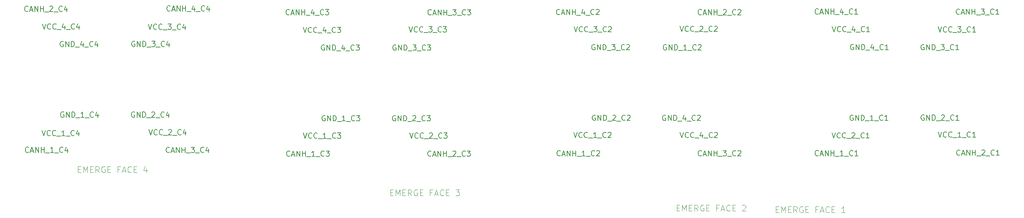
<source format=gbr>
G04 #@! TF.FileFunction,Legend,Bot*
%FSLAX46Y46*%
G04 Gerber Fmt 4.6, Leading zero omitted, Abs format (unit mm)*
G04 Created by KiCad (PCBNEW 4.0.6) date 05/08/17 10:58:46*
%MOMM*%
%LPD*%
G01*
G04 APERTURE LIST*
%ADD10C,0.100000*%
%ADD11C,0.113792*%
%ADD12C,0.127000*%
G04 APERTURE END LIST*
D10*
D11*
X211920833Y-131749140D02*
X212371260Y-131749140D01*
X212564300Y-132456953D02*
X211920833Y-132456953D01*
X211920833Y-131105673D01*
X212564300Y-131105673D01*
X213143420Y-132456953D02*
X213143420Y-131105673D01*
X213593847Y-132070873D01*
X214044274Y-131105673D01*
X214044274Y-132456953D01*
X214687740Y-131749140D02*
X215138167Y-131749140D01*
X215331207Y-132456953D02*
X214687740Y-132456953D01*
X214687740Y-131105673D01*
X215331207Y-131105673D01*
X216682487Y-132456953D02*
X216232061Y-131813487D01*
X215910327Y-132456953D02*
X215910327Y-131105673D01*
X216425101Y-131105673D01*
X216553794Y-131170020D01*
X216618141Y-131234367D01*
X216682487Y-131363060D01*
X216682487Y-131556100D01*
X216618141Y-131684793D01*
X216553794Y-131749140D01*
X216425101Y-131813487D01*
X215910327Y-131813487D01*
X217969421Y-131170020D02*
X217840727Y-131105673D01*
X217647687Y-131105673D01*
X217454647Y-131170020D01*
X217325954Y-131298713D01*
X217261607Y-131427407D01*
X217197261Y-131684793D01*
X217197261Y-131877833D01*
X217261607Y-132135220D01*
X217325954Y-132263913D01*
X217454647Y-132392607D01*
X217647687Y-132456953D01*
X217776381Y-132456953D01*
X217969421Y-132392607D01*
X218033767Y-132328260D01*
X218033767Y-131877833D01*
X217776381Y-131877833D01*
X218612887Y-131749140D02*
X219063314Y-131749140D01*
X219256354Y-132456953D02*
X218612887Y-132456953D01*
X218612887Y-131105673D01*
X219256354Y-131105673D01*
X221315448Y-131749140D02*
X220865021Y-131749140D01*
X220865021Y-132456953D02*
X220865021Y-131105673D01*
X221508488Y-131105673D01*
X221958915Y-132070873D02*
X222602381Y-132070873D01*
X221830221Y-132456953D02*
X222280648Y-131105673D01*
X222731075Y-132456953D01*
X223953661Y-132328260D02*
X223889315Y-132392607D01*
X223696275Y-132456953D01*
X223567581Y-132456953D01*
X223374541Y-132392607D01*
X223245848Y-132263913D01*
X223181501Y-132135220D01*
X223117155Y-131877833D01*
X223117155Y-131684793D01*
X223181501Y-131427407D01*
X223245848Y-131298713D01*
X223374541Y-131170020D01*
X223567581Y-131105673D01*
X223696275Y-131105673D01*
X223889315Y-131170020D01*
X223953661Y-131234367D01*
X224532781Y-131749140D02*
X224983208Y-131749140D01*
X225176248Y-132456953D02*
X224532781Y-132456953D01*
X224532781Y-131105673D01*
X225176248Y-131105673D01*
X227492729Y-132456953D02*
X226720569Y-132456953D01*
X227106649Y-132456953D02*
X227106649Y-131105673D01*
X226977955Y-131298713D01*
X226849262Y-131427407D01*
X226720569Y-131491753D01*
X189511033Y-131394140D02*
X189961460Y-131394140D01*
X190154500Y-132101953D02*
X189511033Y-132101953D01*
X189511033Y-130750673D01*
X190154500Y-130750673D01*
X190733620Y-132101953D02*
X190733620Y-130750673D01*
X191184047Y-131715873D01*
X191634474Y-130750673D01*
X191634474Y-132101953D01*
X192277940Y-131394140D02*
X192728367Y-131394140D01*
X192921407Y-132101953D02*
X192277940Y-132101953D01*
X192277940Y-130750673D01*
X192921407Y-130750673D01*
X194272687Y-132101953D02*
X193822261Y-131458487D01*
X193500527Y-132101953D02*
X193500527Y-130750673D01*
X194015301Y-130750673D01*
X194143994Y-130815020D01*
X194208341Y-130879367D01*
X194272687Y-131008060D01*
X194272687Y-131201100D01*
X194208341Y-131329793D01*
X194143994Y-131394140D01*
X194015301Y-131458487D01*
X193500527Y-131458487D01*
X195559621Y-130815020D02*
X195430927Y-130750673D01*
X195237887Y-130750673D01*
X195044847Y-130815020D01*
X194916154Y-130943713D01*
X194851807Y-131072407D01*
X194787461Y-131329793D01*
X194787461Y-131522833D01*
X194851807Y-131780220D01*
X194916154Y-131908913D01*
X195044847Y-132037607D01*
X195237887Y-132101953D01*
X195366581Y-132101953D01*
X195559621Y-132037607D01*
X195623967Y-131973260D01*
X195623967Y-131522833D01*
X195366581Y-131522833D01*
X196203087Y-131394140D02*
X196653514Y-131394140D01*
X196846554Y-132101953D02*
X196203087Y-132101953D01*
X196203087Y-130750673D01*
X196846554Y-130750673D01*
X198905648Y-131394140D02*
X198455221Y-131394140D01*
X198455221Y-132101953D02*
X198455221Y-130750673D01*
X199098688Y-130750673D01*
X199549115Y-131715873D02*
X200192581Y-131715873D01*
X199420421Y-132101953D02*
X199870848Y-130750673D01*
X200321275Y-132101953D01*
X201543861Y-131973260D02*
X201479515Y-132037607D01*
X201286475Y-132101953D01*
X201157781Y-132101953D01*
X200964741Y-132037607D01*
X200836048Y-131908913D01*
X200771701Y-131780220D01*
X200707355Y-131522833D01*
X200707355Y-131329793D01*
X200771701Y-131072407D01*
X200836048Y-130943713D01*
X200964741Y-130815020D01*
X201157781Y-130750673D01*
X201286475Y-130750673D01*
X201479515Y-130815020D01*
X201543861Y-130879367D01*
X202122981Y-131394140D02*
X202573408Y-131394140D01*
X202766448Y-132101953D02*
X202122981Y-132101953D01*
X202122981Y-130750673D01*
X202766448Y-130750673D01*
X204310769Y-130879367D02*
X204375115Y-130815020D01*
X204503809Y-130750673D01*
X204825542Y-130750673D01*
X204954235Y-130815020D01*
X205018582Y-130879367D01*
X205082929Y-131008060D01*
X205082929Y-131136753D01*
X205018582Y-131329793D01*
X204246422Y-132101953D01*
X205082929Y-132101953D01*
X124810033Y-127919540D02*
X125260460Y-127919540D01*
X125453500Y-128627353D02*
X124810033Y-128627353D01*
X124810033Y-127276073D01*
X125453500Y-127276073D01*
X126032620Y-128627353D02*
X126032620Y-127276073D01*
X126483047Y-128241273D01*
X126933474Y-127276073D01*
X126933474Y-128627353D01*
X127576940Y-127919540D02*
X128027367Y-127919540D01*
X128220407Y-128627353D02*
X127576940Y-128627353D01*
X127576940Y-127276073D01*
X128220407Y-127276073D01*
X129571687Y-128627353D02*
X129121261Y-127983887D01*
X128799527Y-128627353D02*
X128799527Y-127276073D01*
X129314301Y-127276073D01*
X129442994Y-127340420D01*
X129507341Y-127404767D01*
X129571687Y-127533460D01*
X129571687Y-127726500D01*
X129507341Y-127855193D01*
X129442994Y-127919540D01*
X129314301Y-127983887D01*
X128799527Y-127983887D01*
X130858621Y-127340420D02*
X130729927Y-127276073D01*
X130536887Y-127276073D01*
X130343847Y-127340420D01*
X130215154Y-127469113D01*
X130150807Y-127597807D01*
X130086461Y-127855193D01*
X130086461Y-128048233D01*
X130150807Y-128305620D01*
X130215154Y-128434313D01*
X130343847Y-128563007D01*
X130536887Y-128627353D01*
X130665581Y-128627353D01*
X130858621Y-128563007D01*
X130922967Y-128498660D01*
X130922967Y-128048233D01*
X130665581Y-128048233D01*
X131502087Y-127919540D02*
X131952514Y-127919540D01*
X132145554Y-128627353D02*
X131502087Y-128627353D01*
X131502087Y-127276073D01*
X132145554Y-127276073D01*
X134204648Y-127919540D02*
X133754221Y-127919540D01*
X133754221Y-128627353D02*
X133754221Y-127276073D01*
X134397688Y-127276073D01*
X134848115Y-128241273D02*
X135491581Y-128241273D01*
X134719421Y-128627353D02*
X135169848Y-127276073D01*
X135620275Y-128627353D01*
X136842861Y-128498660D02*
X136778515Y-128563007D01*
X136585475Y-128627353D01*
X136456781Y-128627353D01*
X136263741Y-128563007D01*
X136135048Y-128434313D01*
X136070701Y-128305620D01*
X136006355Y-128048233D01*
X136006355Y-127855193D01*
X136070701Y-127597807D01*
X136135048Y-127469113D01*
X136263741Y-127340420D01*
X136456781Y-127276073D01*
X136585475Y-127276073D01*
X136778515Y-127340420D01*
X136842861Y-127404767D01*
X137421981Y-127919540D02*
X137872408Y-127919540D01*
X138065448Y-128627353D02*
X137421981Y-128627353D01*
X137421981Y-127276073D01*
X138065448Y-127276073D01*
X139545422Y-127276073D02*
X140381929Y-127276073D01*
X139931502Y-127790847D01*
X140124542Y-127790847D01*
X140253235Y-127855193D01*
X140317582Y-127919540D01*
X140381929Y-128048233D01*
X140381929Y-128369967D01*
X140317582Y-128498660D01*
X140253235Y-128563007D01*
X140124542Y-128627353D01*
X139738462Y-128627353D01*
X139609769Y-128563007D01*
X139545422Y-128498660D01*
X54271633Y-122667140D02*
X54722060Y-122667140D01*
X54915100Y-123374953D02*
X54271633Y-123374953D01*
X54271633Y-122023673D01*
X54915100Y-122023673D01*
X55494220Y-123374953D02*
X55494220Y-122023673D01*
X55944647Y-122988873D01*
X56395074Y-122023673D01*
X56395074Y-123374953D01*
X57038540Y-122667140D02*
X57488967Y-122667140D01*
X57682007Y-123374953D02*
X57038540Y-123374953D01*
X57038540Y-122023673D01*
X57682007Y-122023673D01*
X59033287Y-123374953D02*
X58582861Y-122731487D01*
X58261127Y-123374953D02*
X58261127Y-122023673D01*
X58775901Y-122023673D01*
X58904594Y-122088020D01*
X58968941Y-122152367D01*
X59033287Y-122281060D01*
X59033287Y-122474100D01*
X58968941Y-122602793D01*
X58904594Y-122667140D01*
X58775901Y-122731487D01*
X58261127Y-122731487D01*
X60320221Y-122088020D02*
X60191527Y-122023673D01*
X59998487Y-122023673D01*
X59805447Y-122088020D01*
X59676754Y-122216713D01*
X59612407Y-122345407D01*
X59548061Y-122602793D01*
X59548061Y-122795833D01*
X59612407Y-123053220D01*
X59676754Y-123181913D01*
X59805447Y-123310607D01*
X59998487Y-123374953D01*
X60127181Y-123374953D01*
X60320221Y-123310607D01*
X60384567Y-123246260D01*
X60384567Y-122795833D01*
X60127181Y-122795833D01*
X60963687Y-122667140D02*
X61414114Y-122667140D01*
X61607154Y-123374953D02*
X60963687Y-123374953D01*
X60963687Y-122023673D01*
X61607154Y-122023673D01*
X63666248Y-122667140D02*
X63215821Y-122667140D01*
X63215821Y-123374953D02*
X63215821Y-122023673D01*
X63859288Y-122023673D01*
X64309715Y-122988873D02*
X64953181Y-122988873D01*
X64181021Y-123374953D02*
X64631448Y-122023673D01*
X65081875Y-123374953D01*
X66304461Y-123246260D02*
X66240115Y-123310607D01*
X66047075Y-123374953D01*
X65918381Y-123374953D01*
X65725341Y-123310607D01*
X65596648Y-123181913D01*
X65532301Y-123053220D01*
X65467955Y-122795833D01*
X65467955Y-122602793D01*
X65532301Y-122345407D01*
X65596648Y-122216713D01*
X65725341Y-122088020D01*
X65918381Y-122023673D01*
X66047075Y-122023673D01*
X66240115Y-122088020D01*
X66304461Y-122152367D01*
X66883581Y-122667140D02*
X67334008Y-122667140D01*
X67527048Y-123374953D02*
X66883581Y-123374953D01*
X66883581Y-122023673D01*
X67527048Y-122023673D01*
X69714835Y-122474100D02*
X69714835Y-123374953D01*
X69393102Y-121959327D02*
X69071369Y-122924527D01*
X69907875Y-122924527D01*
D12*
X224552005Y-114370948D02*
X224954171Y-115577448D01*
X225356338Y-114370948D01*
X226447933Y-115462543D02*
X226390481Y-115519995D01*
X226218124Y-115577448D01*
X226103219Y-115577448D01*
X225930862Y-115519995D01*
X225815957Y-115405090D01*
X225758505Y-115290186D01*
X225701053Y-115060376D01*
X225701053Y-114888019D01*
X225758505Y-114658210D01*
X225815957Y-114543305D01*
X225930862Y-114428400D01*
X226103219Y-114370948D01*
X226218124Y-114370948D01*
X226390481Y-114428400D01*
X226447933Y-114485852D01*
X227654433Y-115462543D02*
X227596981Y-115519995D01*
X227424624Y-115577448D01*
X227309719Y-115577448D01*
X227137362Y-115519995D01*
X227022457Y-115405090D01*
X226965005Y-115290186D01*
X226907553Y-115060376D01*
X226907553Y-114888019D01*
X226965005Y-114658210D01*
X227022457Y-114543305D01*
X227137362Y-114428400D01*
X227309719Y-114370948D01*
X227424624Y-114370948D01*
X227596981Y-114428400D01*
X227654433Y-114485852D01*
X227884243Y-115692352D02*
X228803481Y-115692352D01*
X229033291Y-114485852D02*
X229090743Y-114428400D01*
X229205648Y-114370948D01*
X229492910Y-114370948D01*
X229607814Y-114428400D01*
X229665267Y-114485852D01*
X229722719Y-114600757D01*
X229722719Y-114715662D01*
X229665267Y-114888019D01*
X228975838Y-115577448D01*
X229722719Y-115577448D01*
X229952529Y-115692352D02*
X230871767Y-115692352D01*
X231848457Y-115462543D02*
X231791005Y-115519995D01*
X231618648Y-115577448D01*
X231503743Y-115577448D01*
X231331386Y-115519995D01*
X231216481Y-115405090D01*
X231159029Y-115290186D01*
X231101577Y-115060376D01*
X231101577Y-114888019D01*
X231159029Y-114658210D01*
X231216481Y-114543305D01*
X231331386Y-114428400D01*
X231503743Y-114370948D01*
X231618648Y-114370948D01*
X231791005Y-114428400D01*
X231848457Y-114485852D01*
X232997505Y-115577448D02*
X232308077Y-115577448D01*
X232652791Y-115577448D02*
X232652791Y-114370948D01*
X232537886Y-114543305D01*
X232422981Y-114658210D01*
X232308077Y-114715662D01*
X248548005Y-114195948D02*
X248950171Y-115402448D01*
X249352338Y-114195948D01*
X250443933Y-115287543D02*
X250386481Y-115344995D01*
X250214124Y-115402448D01*
X250099219Y-115402448D01*
X249926862Y-115344995D01*
X249811957Y-115230090D01*
X249754505Y-115115186D01*
X249697053Y-114885376D01*
X249697053Y-114713019D01*
X249754505Y-114483210D01*
X249811957Y-114368305D01*
X249926862Y-114253400D01*
X250099219Y-114195948D01*
X250214124Y-114195948D01*
X250386481Y-114253400D01*
X250443933Y-114310852D01*
X251650433Y-115287543D02*
X251592981Y-115344995D01*
X251420624Y-115402448D01*
X251305719Y-115402448D01*
X251133362Y-115344995D01*
X251018457Y-115230090D01*
X250961005Y-115115186D01*
X250903553Y-114885376D01*
X250903553Y-114713019D01*
X250961005Y-114483210D01*
X251018457Y-114368305D01*
X251133362Y-114253400D01*
X251305719Y-114195948D01*
X251420624Y-114195948D01*
X251592981Y-114253400D01*
X251650433Y-114310852D01*
X251880243Y-115517352D02*
X252799481Y-115517352D01*
X253718719Y-115402448D02*
X253029291Y-115402448D01*
X253374005Y-115402448D02*
X253374005Y-114195948D01*
X253259100Y-114368305D01*
X253144195Y-114483210D01*
X253029291Y-114540662D01*
X253948529Y-115517352D02*
X254867767Y-115517352D01*
X255844457Y-115287543D02*
X255787005Y-115344995D01*
X255614648Y-115402448D01*
X255499743Y-115402448D01*
X255327386Y-115344995D01*
X255212481Y-115230090D01*
X255155029Y-115115186D01*
X255097577Y-114885376D01*
X255097577Y-114713019D01*
X255155029Y-114483210D01*
X255212481Y-114368305D01*
X255327386Y-114253400D01*
X255499743Y-114195948D01*
X255614648Y-114195948D01*
X255787005Y-114253400D01*
X255844457Y-114310852D01*
X256993505Y-115402448D02*
X256304077Y-115402448D01*
X256648791Y-115402448D02*
X256648791Y-114195948D01*
X256533886Y-114368305D01*
X256418981Y-114483210D01*
X256304077Y-114540662D01*
X248545005Y-90379948D02*
X248947171Y-91586448D01*
X249349338Y-90379948D01*
X250440933Y-91471543D02*
X250383481Y-91528995D01*
X250211124Y-91586448D01*
X250096219Y-91586448D01*
X249923862Y-91528995D01*
X249808957Y-91414090D01*
X249751505Y-91299186D01*
X249694053Y-91069376D01*
X249694053Y-90897019D01*
X249751505Y-90667210D01*
X249808957Y-90552305D01*
X249923862Y-90437400D01*
X250096219Y-90379948D01*
X250211124Y-90379948D01*
X250383481Y-90437400D01*
X250440933Y-90494852D01*
X251647433Y-91471543D02*
X251589981Y-91528995D01*
X251417624Y-91586448D01*
X251302719Y-91586448D01*
X251130362Y-91528995D01*
X251015457Y-91414090D01*
X250958005Y-91299186D01*
X250900553Y-91069376D01*
X250900553Y-90897019D01*
X250958005Y-90667210D01*
X251015457Y-90552305D01*
X251130362Y-90437400D01*
X251302719Y-90379948D01*
X251417624Y-90379948D01*
X251589981Y-90437400D01*
X251647433Y-90494852D01*
X251877243Y-91701352D02*
X252796481Y-91701352D01*
X252968838Y-90379948D02*
X253715719Y-90379948D01*
X253313552Y-90839567D01*
X253485910Y-90839567D01*
X253600814Y-90897019D01*
X253658267Y-90954471D01*
X253715719Y-91069376D01*
X253715719Y-91356638D01*
X253658267Y-91471543D01*
X253600814Y-91528995D01*
X253485910Y-91586448D01*
X253141195Y-91586448D01*
X253026291Y-91528995D01*
X252968838Y-91471543D01*
X253945529Y-91701352D02*
X254864767Y-91701352D01*
X255841457Y-91471543D02*
X255784005Y-91528995D01*
X255611648Y-91586448D01*
X255496743Y-91586448D01*
X255324386Y-91528995D01*
X255209481Y-91414090D01*
X255152029Y-91299186D01*
X255094577Y-91069376D01*
X255094577Y-90897019D01*
X255152029Y-90667210D01*
X255209481Y-90552305D01*
X255324386Y-90437400D01*
X255496743Y-90379948D01*
X255611648Y-90379948D01*
X255784005Y-90437400D01*
X255841457Y-90494852D01*
X256990505Y-91586448D02*
X256301077Y-91586448D01*
X256645791Y-91586448D02*
X256645791Y-90379948D01*
X256530886Y-90552305D01*
X256415981Y-90667210D01*
X256301077Y-90724662D01*
X224624005Y-90322948D02*
X225026171Y-91529448D01*
X225428338Y-90322948D01*
X226519933Y-91414543D02*
X226462481Y-91471995D01*
X226290124Y-91529448D01*
X226175219Y-91529448D01*
X226002862Y-91471995D01*
X225887957Y-91357090D01*
X225830505Y-91242186D01*
X225773053Y-91012376D01*
X225773053Y-90840019D01*
X225830505Y-90610210D01*
X225887957Y-90495305D01*
X226002862Y-90380400D01*
X226175219Y-90322948D01*
X226290124Y-90322948D01*
X226462481Y-90380400D01*
X226519933Y-90437852D01*
X227726433Y-91414543D02*
X227668981Y-91471995D01*
X227496624Y-91529448D01*
X227381719Y-91529448D01*
X227209362Y-91471995D01*
X227094457Y-91357090D01*
X227037005Y-91242186D01*
X226979553Y-91012376D01*
X226979553Y-90840019D01*
X227037005Y-90610210D01*
X227094457Y-90495305D01*
X227209362Y-90380400D01*
X227381719Y-90322948D01*
X227496624Y-90322948D01*
X227668981Y-90380400D01*
X227726433Y-90437852D01*
X227956243Y-91644352D02*
X228875481Y-91644352D01*
X229679814Y-90725114D02*
X229679814Y-91529448D01*
X229392552Y-90265495D02*
X229105291Y-91127281D01*
X229852171Y-91127281D01*
X230024529Y-91644352D02*
X230943767Y-91644352D01*
X231920457Y-91414543D02*
X231863005Y-91471995D01*
X231690648Y-91529448D01*
X231575743Y-91529448D01*
X231403386Y-91471995D01*
X231288481Y-91357090D01*
X231231029Y-91242186D01*
X231173577Y-91012376D01*
X231173577Y-90840019D01*
X231231029Y-90610210D01*
X231288481Y-90495305D01*
X231403386Y-90380400D01*
X231575743Y-90322948D01*
X231690648Y-90322948D01*
X231863005Y-90380400D01*
X231920457Y-90437852D01*
X233069505Y-91529448D02*
X232380077Y-91529448D01*
X232724791Y-91529448D02*
X232724791Y-90322948D01*
X232609886Y-90495305D01*
X232494981Y-90610210D01*
X232380077Y-90667662D01*
X245379338Y-110400400D02*
X245264433Y-110342948D01*
X245092076Y-110342948D01*
X244919719Y-110400400D01*
X244804814Y-110515305D01*
X244747362Y-110630210D01*
X244689910Y-110860019D01*
X244689910Y-111032376D01*
X244747362Y-111262186D01*
X244804814Y-111377090D01*
X244919719Y-111491995D01*
X245092076Y-111549448D01*
X245206981Y-111549448D01*
X245379338Y-111491995D01*
X245436790Y-111434543D01*
X245436790Y-111032376D01*
X245206981Y-111032376D01*
X245953862Y-111549448D02*
X245953862Y-110342948D01*
X246643290Y-111549448D01*
X246643290Y-110342948D01*
X247217814Y-111549448D02*
X247217814Y-110342948D01*
X247505076Y-110342948D01*
X247677433Y-110400400D01*
X247792338Y-110515305D01*
X247849790Y-110630210D01*
X247907242Y-110860019D01*
X247907242Y-111032376D01*
X247849790Y-111262186D01*
X247792338Y-111377090D01*
X247677433Y-111491995D01*
X247505076Y-111549448D01*
X247217814Y-111549448D01*
X248137052Y-111664352D02*
X249056290Y-111664352D01*
X249286100Y-110457852D02*
X249343552Y-110400400D01*
X249458457Y-110342948D01*
X249745719Y-110342948D01*
X249860623Y-110400400D01*
X249918076Y-110457852D01*
X249975528Y-110572757D01*
X249975528Y-110687662D01*
X249918076Y-110860019D01*
X249228647Y-111549448D01*
X249975528Y-111549448D01*
X250205338Y-111664352D02*
X251124576Y-111664352D01*
X252101266Y-111434543D02*
X252043814Y-111491995D01*
X251871457Y-111549448D01*
X251756552Y-111549448D01*
X251584195Y-111491995D01*
X251469290Y-111377090D01*
X251411838Y-111262186D01*
X251354386Y-111032376D01*
X251354386Y-110860019D01*
X251411838Y-110630210D01*
X251469290Y-110515305D01*
X251584195Y-110400400D01*
X251756552Y-110342948D01*
X251871457Y-110342948D01*
X252043814Y-110400400D01*
X252101266Y-110457852D01*
X253250314Y-111549448D02*
X252560886Y-111549448D01*
X252905600Y-111549448D02*
X252905600Y-110342948D01*
X252790695Y-110515305D01*
X252675790Y-110630210D01*
X252560886Y-110687662D01*
X229319338Y-110428400D02*
X229204433Y-110370948D01*
X229032076Y-110370948D01*
X228859719Y-110428400D01*
X228744814Y-110543305D01*
X228687362Y-110658210D01*
X228629910Y-110888019D01*
X228629910Y-111060376D01*
X228687362Y-111290186D01*
X228744814Y-111405090D01*
X228859719Y-111519995D01*
X229032076Y-111577448D01*
X229146981Y-111577448D01*
X229319338Y-111519995D01*
X229376790Y-111462543D01*
X229376790Y-111060376D01*
X229146981Y-111060376D01*
X229893862Y-111577448D02*
X229893862Y-110370948D01*
X230583290Y-111577448D01*
X230583290Y-110370948D01*
X231157814Y-111577448D02*
X231157814Y-110370948D01*
X231445076Y-110370948D01*
X231617433Y-110428400D01*
X231732338Y-110543305D01*
X231789790Y-110658210D01*
X231847242Y-110888019D01*
X231847242Y-111060376D01*
X231789790Y-111290186D01*
X231732338Y-111405090D01*
X231617433Y-111519995D01*
X231445076Y-111577448D01*
X231157814Y-111577448D01*
X232077052Y-111692352D02*
X232996290Y-111692352D01*
X233915528Y-111577448D02*
X233226100Y-111577448D01*
X233570814Y-111577448D02*
X233570814Y-110370948D01*
X233455909Y-110543305D01*
X233341004Y-110658210D01*
X233226100Y-110715662D01*
X234145338Y-111692352D02*
X235064576Y-111692352D01*
X236041266Y-111462543D02*
X235983814Y-111519995D01*
X235811457Y-111577448D01*
X235696552Y-111577448D01*
X235524195Y-111519995D01*
X235409290Y-111405090D01*
X235351838Y-111290186D01*
X235294386Y-111060376D01*
X235294386Y-110888019D01*
X235351838Y-110658210D01*
X235409290Y-110543305D01*
X235524195Y-110428400D01*
X235696552Y-110370948D01*
X235811457Y-110370948D01*
X235983814Y-110428400D01*
X236041266Y-110485852D01*
X237190314Y-111577448D02*
X236500886Y-111577448D01*
X236845600Y-111577448D02*
X236845600Y-110370948D01*
X236730695Y-110543305D01*
X236615790Y-110658210D01*
X236500886Y-110715662D01*
X245346338Y-94465400D02*
X245231433Y-94407948D01*
X245059076Y-94407948D01*
X244886719Y-94465400D01*
X244771814Y-94580305D01*
X244714362Y-94695210D01*
X244656910Y-94925019D01*
X244656910Y-95097376D01*
X244714362Y-95327186D01*
X244771814Y-95442090D01*
X244886719Y-95556995D01*
X245059076Y-95614448D01*
X245173981Y-95614448D01*
X245346338Y-95556995D01*
X245403790Y-95499543D01*
X245403790Y-95097376D01*
X245173981Y-95097376D01*
X245920862Y-95614448D02*
X245920862Y-94407948D01*
X246610290Y-95614448D01*
X246610290Y-94407948D01*
X247184814Y-95614448D02*
X247184814Y-94407948D01*
X247472076Y-94407948D01*
X247644433Y-94465400D01*
X247759338Y-94580305D01*
X247816790Y-94695210D01*
X247874242Y-94925019D01*
X247874242Y-95097376D01*
X247816790Y-95327186D01*
X247759338Y-95442090D01*
X247644433Y-95556995D01*
X247472076Y-95614448D01*
X247184814Y-95614448D01*
X248104052Y-95729352D02*
X249023290Y-95729352D01*
X249195647Y-94407948D02*
X249942528Y-94407948D01*
X249540361Y-94867567D01*
X249712719Y-94867567D01*
X249827623Y-94925019D01*
X249885076Y-94982471D01*
X249942528Y-95097376D01*
X249942528Y-95384638D01*
X249885076Y-95499543D01*
X249827623Y-95556995D01*
X249712719Y-95614448D01*
X249368004Y-95614448D01*
X249253100Y-95556995D01*
X249195647Y-95499543D01*
X250172338Y-95729352D02*
X251091576Y-95729352D01*
X252068266Y-95499543D02*
X252010814Y-95556995D01*
X251838457Y-95614448D01*
X251723552Y-95614448D01*
X251551195Y-95556995D01*
X251436290Y-95442090D01*
X251378838Y-95327186D01*
X251321386Y-95097376D01*
X251321386Y-94925019D01*
X251378838Y-94695210D01*
X251436290Y-94580305D01*
X251551195Y-94465400D01*
X251723552Y-94407948D01*
X251838457Y-94407948D01*
X252010814Y-94465400D01*
X252068266Y-94522852D01*
X253217314Y-95614448D02*
X252527886Y-95614448D01*
X252872600Y-95614448D02*
X252872600Y-94407948D01*
X252757695Y-94580305D01*
X252642790Y-94695210D01*
X252527886Y-94752662D01*
X229420338Y-94426400D02*
X229305433Y-94368948D01*
X229133076Y-94368948D01*
X228960719Y-94426400D01*
X228845814Y-94541305D01*
X228788362Y-94656210D01*
X228730910Y-94886019D01*
X228730910Y-95058376D01*
X228788362Y-95288186D01*
X228845814Y-95403090D01*
X228960719Y-95517995D01*
X229133076Y-95575448D01*
X229247981Y-95575448D01*
X229420338Y-95517995D01*
X229477790Y-95460543D01*
X229477790Y-95058376D01*
X229247981Y-95058376D01*
X229994862Y-95575448D02*
X229994862Y-94368948D01*
X230684290Y-95575448D01*
X230684290Y-94368948D01*
X231258814Y-95575448D02*
X231258814Y-94368948D01*
X231546076Y-94368948D01*
X231718433Y-94426400D01*
X231833338Y-94541305D01*
X231890790Y-94656210D01*
X231948242Y-94886019D01*
X231948242Y-95058376D01*
X231890790Y-95288186D01*
X231833338Y-95403090D01*
X231718433Y-95517995D01*
X231546076Y-95575448D01*
X231258814Y-95575448D01*
X232178052Y-95690352D02*
X233097290Y-95690352D01*
X233901623Y-94771114D02*
X233901623Y-95575448D01*
X233614361Y-94311495D02*
X233327100Y-95173281D01*
X234073980Y-95173281D01*
X234246338Y-95690352D02*
X235165576Y-95690352D01*
X236142266Y-95460543D02*
X236084814Y-95517995D01*
X235912457Y-95575448D01*
X235797552Y-95575448D01*
X235625195Y-95517995D01*
X235510290Y-95403090D01*
X235452838Y-95288186D01*
X235395386Y-95058376D01*
X235395386Y-94886019D01*
X235452838Y-94656210D01*
X235510290Y-94541305D01*
X235625195Y-94426400D01*
X235797552Y-94368948D01*
X235912457Y-94368948D01*
X236084814Y-94426400D01*
X236142266Y-94483852D01*
X237291314Y-95575448D02*
X236601886Y-95575448D01*
X236946600Y-95575448D02*
X236946600Y-94368948D01*
X236831695Y-94541305D01*
X236716790Y-94656210D01*
X236601886Y-94713662D01*
X253467790Y-119383543D02*
X253410338Y-119440995D01*
X253237981Y-119498448D01*
X253123076Y-119498448D01*
X252950719Y-119440995D01*
X252835814Y-119326090D01*
X252778362Y-119211186D01*
X252720910Y-118981376D01*
X252720910Y-118809019D01*
X252778362Y-118579210D01*
X252835814Y-118464305D01*
X252950719Y-118349400D01*
X253123076Y-118291948D01*
X253237981Y-118291948D01*
X253410338Y-118349400D01*
X253467790Y-118406852D01*
X253927410Y-119153733D02*
X254501933Y-119153733D01*
X253812505Y-119498448D02*
X254214671Y-118291948D01*
X254616838Y-119498448D01*
X255019005Y-119498448D02*
X255019005Y-118291948D01*
X255708433Y-119498448D01*
X255708433Y-118291948D01*
X256282957Y-119498448D02*
X256282957Y-118291948D01*
X256282957Y-118866471D02*
X256972385Y-118866471D01*
X256972385Y-119498448D02*
X256972385Y-118291948D01*
X257259647Y-119613352D02*
X258178885Y-119613352D01*
X258408695Y-118406852D02*
X258466147Y-118349400D01*
X258581052Y-118291948D01*
X258868314Y-118291948D01*
X258983218Y-118349400D01*
X259040671Y-118406852D01*
X259098123Y-118521757D01*
X259098123Y-118636662D01*
X259040671Y-118809019D01*
X258351242Y-119498448D01*
X259098123Y-119498448D01*
X259327933Y-119613352D02*
X260247171Y-119613352D01*
X261223861Y-119383543D02*
X261166409Y-119440995D01*
X260994052Y-119498448D01*
X260879147Y-119498448D01*
X260706790Y-119440995D01*
X260591885Y-119326090D01*
X260534433Y-119211186D01*
X260476981Y-118981376D01*
X260476981Y-118809019D01*
X260534433Y-118579210D01*
X260591885Y-118464305D01*
X260706790Y-118349400D01*
X260879147Y-118291948D01*
X260994052Y-118291948D01*
X261166409Y-118349400D01*
X261223861Y-118406852D01*
X262372909Y-119498448D02*
X261683481Y-119498448D01*
X262028195Y-119498448D02*
X262028195Y-118291948D01*
X261913290Y-118464305D01*
X261798385Y-118579210D01*
X261683481Y-118636662D01*
X221505790Y-119479543D02*
X221448338Y-119536995D01*
X221275981Y-119594448D01*
X221161076Y-119594448D01*
X220988719Y-119536995D01*
X220873814Y-119422090D01*
X220816362Y-119307186D01*
X220758910Y-119077376D01*
X220758910Y-118905019D01*
X220816362Y-118675210D01*
X220873814Y-118560305D01*
X220988719Y-118445400D01*
X221161076Y-118387948D01*
X221275981Y-118387948D01*
X221448338Y-118445400D01*
X221505790Y-118502852D01*
X221965410Y-119249733D02*
X222539933Y-119249733D01*
X221850505Y-119594448D02*
X222252671Y-118387948D01*
X222654838Y-119594448D01*
X223057005Y-119594448D02*
X223057005Y-118387948D01*
X223746433Y-119594448D01*
X223746433Y-118387948D01*
X224320957Y-119594448D02*
X224320957Y-118387948D01*
X224320957Y-118962471D02*
X225010385Y-118962471D01*
X225010385Y-119594448D02*
X225010385Y-118387948D01*
X225297647Y-119709352D02*
X226216885Y-119709352D01*
X227136123Y-119594448D02*
X226446695Y-119594448D01*
X226791409Y-119594448D02*
X226791409Y-118387948D01*
X226676504Y-118560305D01*
X226561599Y-118675210D01*
X226446695Y-118732662D01*
X227365933Y-119709352D02*
X228285171Y-119709352D01*
X229261861Y-119479543D02*
X229204409Y-119536995D01*
X229032052Y-119594448D01*
X228917147Y-119594448D01*
X228744790Y-119536995D01*
X228629885Y-119422090D01*
X228572433Y-119307186D01*
X228514981Y-119077376D01*
X228514981Y-118905019D01*
X228572433Y-118675210D01*
X228629885Y-118560305D01*
X228744790Y-118445400D01*
X228917147Y-118387948D01*
X229032052Y-118387948D01*
X229204409Y-118445400D01*
X229261861Y-118502852D01*
X230410909Y-119594448D02*
X229721481Y-119594448D01*
X230066195Y-119594448D02*
X230066195Y-118387948D01*
X229951290Y-118560305D01*
X229836385Y-118675210D01*
X229721481Y-118732662D01*
X253373790Y-87469543D02*
X253316338Y-87526995D01*
X253143981Y-87584448D01*
X253029076Y-87584448D01*
X252856719Y-87526995D01*
X252741814Y-87412090D01*
X252684362Y-87297186D01*
X252626910Y-87067376D01*
X252626910Y-86895019D01*
X252684362Y-86665210D01*
X252741814Y-86550305D01*
X252856719Y-86435400D01*
X253029076Y-86377948D01*
X253143981Y-86377948D01*
X253316338Y-86435400D01*
X253373790Y-86492852D01*
X253833410Y-87239733D02*
X254407933Y-87239733D01*
X253718505Y-87584448D02*
X254120671Y-86377948D01*
X254522838Y-87584448D01*
X254925005Y-87584448D02*
X254925005Y-86377948D01*
X255614433Y-87584448D01*
X255614433Y-86377948D01*
X256188957Y-87584448D02*
X256188957Y-86377948D01*
X256188957Y-86952471D02*
X256878385Y-86952471D01*
X256878385Y-87584448D02*
X256878385Y-86377948D01*
X257165647Y-87699352D02*
X258084885Y-87699352D01*
X258257242Y-86377948D02*
X259004123Y-86377948D01*
X258601956Y-86837567D01*
X258774314Y-86837567D01*
X258889218Y-86895019D01*
X258946671Y-86952471D01*
X259004123Y-87067376D01*
X259004123Y-87354638D01*
X258946671Y-87469543D01*
X258889218Y-87526995D01*
X258774314Y-87584448D01*
X258429599Y-87584448D01*
X258314695Y-87526995D01*
X258257242Y-87469543D01*
X259233933Y-87699352D02*
X260153171Y-87699352D01*
X261129861Y-87469543D02*
X261072409Y-87526995D01*
X260900052Y-87584448D01*
X260785147Y-87584448D01*
X260612790Y-87526995D01*
X260497885Y-87412090D01*
X260440433Y-87297186D01*
X260382981Y-87067376D01*
X260382981Y-86895019D01*
X260440433Y-86665210D01*
X260497885Y-86550305D01*
X260612790Y-86435400D01*
X260785147Y-86377948D01*
X260900052Y-86377948D01*
X261072409Y-86435400D01*
X261129861Y-86492852D01*
X262278909Y-87584448D02*
X261589481Y-87584448D01*
X261934195Y-87584448D02*
X261934195Y-86377948D01*
X261819290Y-86550305D01*
X261704385Y-86665210D01*
X261589481Y-86722662D01*
X221485790Y-87408543D02*
X221428338Y-87465995D01*
X221255981Y-87523448D01*
X221141076Y-87523448D01*
X220968719Y-87465995D01*
X220853814Y-87351090D01*
X220796362Y-87236186D01*
X220738910Y-87006376D01*
X220738910Y-86834019D01*
X220796362Y-86604210D01*
X220853814Y-86489305D01*
X220968719Y-86374400D01*
X221141076Y-86316948D01*
X221255981Y-86316948D01*
X221428338Y-86374400D01*
X221485790Y-86431852D01*
X221945410Y-87178733D02*
X222519933Y-87178733D01*
X221830505Y-87523448D02*
X222232671Y-86316948D01*
X222634838Y-87523448D01*
X223037005Y-87523448D02*
X223037005Y-86316948D01*
X223726433Y-87523448D01*
X223726433Y-86316948D01*
X224300957Y-87523448D02*
X224300957Y-86316948D01*
X224300957Y-86891471D02*
X224990385Y-86891471D01*
X224990385Y-87523448D02*
X224990385Y-86316948D01*
X225277647Y-87638352D02*
X226196885Y-87638352D01*
X227001218Y-86719114D02*
X227001218Y-87523448D01*
X226713956Y-86259495D02*
X226426695Y-87121281D01*
X227173575Y-87121281D01*
X227345933Y-87638352D02*
X228265171Y-87638352D01*
X229241861Y-87408543D02*
X229184409Y-87465995D01*
X229012052Y-87523448D01*
X228897147Y-87523448D01*
X228724790Y-87465995D01*
X228609885Y-87351090D01*
X228552433Y-87236186D01*
X228494981Y-87006376D01*
X228494981Y-86834019D01*
X228552433Y-86604210D01*
X228609885Y-86489305D01*
X228724790Y-86374400D01*
X228897147Y-86316948D01*
X229012052Y-86316948D01*
X229184409Y-86374400D01*
X229241861Y-86431852D01*
X230390909Y-87523448D02*
X229701481Y-87523448D01*
X230046195Y-87523448D02*
X230046195Y-86316948D01*
X229931290Y-86489305D01*
X229816385Y-86604210D01*
X229701481Y-86661662D01*
X190230005Y-90240948D02*
X190632171Y-91447448D01*
X191034338Y-90240948D01*
X192125933Y-91332543D02*
X192068481Y-91389995D01*
X191896124Y-91447448D01*
X191781219Y-91447448D01*
X191608862Y-91389995D01*
X191493957Y-91275090D01*
X191436505Y-91160186D01*
X191379053Y-90930376D01*
X191379053Y-90758019D01*
X191436505Y-90528210D01*
X191493957Y-90413305D01*
X191608862Y-90298400D01*
X191781219Y-90240948D01*
X191896124Y-90240948D01*
X192068481Y-90298400D01*
X192125933Y-90355852D01*
X193332433Y-91332543D02*
X193274981Y-91389995D01*
X193102624Y-91447448D01*
X192987719Y-91447448D01*
X192815362Y-91389995D01*
X192700457Y-91275090D01*
X192643005Y-91160186D01*
X192585553Y-90930376D01*
X192585553Y-90758019D01*
X192643005Y-90528210D01*
X192700457Y-90413305D01*
X192815362Y-90298400D01*
X192987719Y-90240948D01*
X193102624Y-90240948D01*
X193274981Y-90298400D01*
X193332433Y-90355852D01*
X193562243Y-91562352D02*
X194481481Y-91562352D01*
X194711291Y-90355852D02*
X194768743Y-90298400D01*
X194883648Y-90240948D01*
X195170910Y-90240948D01*
X195285814Y-90298400D01*
X195343267Y-90355852D01*
X195400719Y-90470757D01*
X195400719Y-90585662D01*
X195343267Y-90758019D01*
X194653838Y-91447448D01*
X195400719Y-91447448D01*
X195630529Y-91562352D02*
X196549767Y-91562352D01*
X197526457Y-91332543D02*
X197469005Y-91389995D01*
X197296648Y-91447448D01*
X197181743Y-91447448D01*
X197009386Y-91389995D01*
X196894481Y-91275090D01*
X196837029Y-91160186D01*
X196779577Y-90930376D01*
X196779577Y-90758019D01*
X196837029Y-90528210D01*
X196894481Y-90413305D01*
X197009386Y-90298400D01*
X197181743Y-90240948D01*
X197296648Y-90240948D01*
X197469005Y-90298400D01*
X197526457Y-90355852D01*
X197986077Y-90355852D02*
X198043529Y-90298400D01*
X198158434Y-90240948D01*
X198445696Y-90240948D01*
X198560600Y-90298400D01*
X198618053Y-90355852D01*
X198675505Y-90470757D01*
X198675505Y-90585662D01*
X198618053Y-90758019D01*
X197928624Y-91447448D01*
X198675505Y-91447448D01*
X166221005Y-114275948D02*
X166623171Y-115482448D01*
X167025338Y-114275948D01*
X168116933Y-115367543D02*
X168059481Y-115424995D01*
X167887124Y-115482448D01*
X167772219Y-115482448D01*
X167599862Y-115424995D01*
X167484957Y-115310090D01*
X167427505Y-115195186D01*
X167370053Y-114965376D01*
X167370053Y-114793019D01*
X167427505Y-114563210D01*
X167484957Y-114448305D01*
X167599862Y-114333400D01*
X167772219Y-114275948D01*
X167887124Y-114275948D01*
X168059481Y-114333400D01*
X168116933Y-114390852D01*
X169323433Y-115367543D02*
X169265981Y-115424995D01*
X169093624Y-115482448D01*
X168978719Y-115482448D01*
X168806362Y-115424995D01*
X168691457Y-115310090D01*
X168634005Y-115195186D01*
X168576553Y-114965376D01*
X168576553Y-114793019D01*
X168634005Y-114563210D01*
X168691457Y-114448305D01*
X168806362Y-114333400D01*
X168978719Y-114275948D01*
X169093624Y-114275948D01*
X169265981Y-114333400D01*
X169323433Y-114390852D01*
X169553243Y-115597352D02*
X170472481Y-115597352D01*
X171391719Y-115482448D02*
X170702291Y-115482448D01*
X171047005Y-115482448D02*
X171047005Y-114275948D01*
X170932100Y-114448305D01*
X170817195Y-114563210D01*
X170702291Y-114620662D01*
X171621529Y-115597352D02*
X172540767Y-115597352D01*
X173517457Y-115367543D02*
X173460005Y-115424995D01*
X173287648Y-115482448D01*
X173172743Y-115482448D01*
X173000386Y-115424995D01*
X172885481Y-115310090D01*
X172828029Y-115195186D01*
X172770577Y-114965376D01*
X172770577Y-114793019D01*
X172828029Y-114563210D01*
X172885481Y-114448305D01*
X173000386Y-114333400D01*
X173172743Y-114275948D01*
X173287648Y-114275948D01*
X173460005Y-114333400D01*
X173517457Y-114390852D01*
X173977077Y-114390852D02*
X174034529Y-114333400D01*
X174149434Y-114275948D01*
X174436696Y-114275948D01*
X174551600Y-114333400D01*
X174609053Y-114390852D01*
X174666505Y-114505757D01*
X174666505Y-114620662D01*
X174609053Y-114793019D01*
X173919624Y-115482448D01*
X174666505Y-115482448D01*
X171120338Y-110455400D02*
X171005433Y-110397948D01*
X170833076Y-110397948D01*
X170660719Y-110455400D01*
X170545814Y-110570305D01*
X170488362Y-110685210D01*
X170430910Y-110915019D01*
X170430910Y-111087376D01*
X170488362Y-111317186D01*
X170545814Y-111432090D01*
X170660719Y-111546995D01*
X170833076Y-111604448D01*
X170947981Y-111604448D01*
X171120338Y-111546995D01*
X171177790Y-111489543D01*
X171177790Y-111087376D01*
X170947981Y-111087376D01*
X171694862Y-111604448D02*
X171694862Y-110397948D01*
X172384290Y-111604448D01*
X172384290Y-110397948D01*
X172958814Y-111604448D02*
X172958814Y-110397948D01*
X173246076Y-110397948D01*
X173418433Y-110455400D01*
X173533338Y-110570305D01*
X173590790Y-110685210D01*
X173648242Y-110915019D01*
X173648242Y-111087376D01*
X173590790Y-111317186D01*
X173533338Y-111432090D01*
X173418433Y-111546995D01*
X173246076Y-111604448D01*
X172958814Y-111604448D01*
X173878052Y-111719352D02*
X174797290Y-111719352D01*
X175027100Y-110512852D02*
X175084552Y-110455400D01*
X175199457Y-110397948D01*
X175486719Y-110397948D01*
X175601623Y-110455400D01*
X175659076Y-110512852D01*
X175716528Y-110627757D01*
X175716528Y-110742662D01*
X175659076Y-110915019D01*
X174969647Y-111604448D01*
X175716528Y-111604448D01*
X175946338Y-111719352D02*
X176865576Y-111719352D01*
X177842266Y-111489543D02*
X177784814Y-111546995D01*
X177612457Y-111604448D01*
X177497552Y-111604448D01*
X177325195Y-111546995D01*
X177210290Y-111432090D01*
X177152838Y-111317186D01*
X177095386Y-111087376D01*
X177095386Y-110915019D01*
X177152838Y-110685210D01*
X177210290Y-110570305D01*
X177325195Y-110455400D01*
X177497552Y-110397948D01*
X177612457Y-110397948D01*
X177784814Y-110455400D01*
X177842266Y-110512852D01*
X178301886Y-110512852D02*
X178359338Y-110455400D01*
X178474243Y-110397948D01*
X178761505Y-110397948D01*
X178876409Y-110455400D01*
X178933862Y-110512852D01*
X178991314Y-110627757D01*
X178991314Y-110742662D01*
X178933862Y-110915019D01*
X178244433Y-111604448D01*
X178991314Y-111604448D01*
X187151338Y-94487400D02*
X187036433Y-94429948D01*
X186864076Y-94429948D01*
X186691719Y-94487400D01*
X186576814Y-94602305D01*
X186519362Y-94717210D01*
X186461910Y-94947019D01*
X186461910Y-95119376D01*
X186519362Y-95349186D01*
X186576814Y-95464090D01*
X186691719Y-95578995D01*
X186864076Y-95636448D01*
X186978981Y-95636448D01*
X187151338Y-95578995D01*
X187208790Y-95521543D01*
X187208790Y-95119376D01*
X186978981Y-95119376D01*
X187725862Y-95636448D02*
X187725862Y-94429948D01*
X188415290Y-95636448D01*
X188415290Y-94429948D01*
X188989814Y-95636448D02*
X188989814Y-94429948D01*
X189277076Y-94429948D01*
X189449433Y-94487400D01*
X189564338Y-94602305D01*
X189621790Y-94717210D01*
X189679242Y-94947019D01*
X189679242Y-95119376D01*
X189621790Y-95349186D01*
X189564338Y-95464090D01*
X189449433Y-95578995D01*
X189277076Y-95636448D01*
X188989814Y-95636448D01*
X189909052Y-95751352D02*
X190828290Y-95751352D01*
X191747528Y-95636448D02*
X191058100Y-95636448D01*
X191402814Y-95636448D02*
X191402814Y-94429948D01*
X191287909Y-94602305D01*
X191173004Y-94717210D01*
X191058100Y-94774662D01*
X191977338Y-95751352D02*
X192896576Y-95751352D01*
X193873266Y-95521543D02*
X193815814Y-95578995D01*
X193643457Y-95636448D01*
X193528552Y-95636448D01*
X193356195Y-95578995D01*
X193241290Y-95464090D01*
X193183838Y-95349186D01*
X193126386Y-95119376D01*
X193126386Y-94947019D01*
X193183838Y-94717210D01*
X193241290Y-94602305D01*
X193356195Y-94487400D01*
X193528552Y-94429948D01*
X193643457Y-94429948D01*
X193815814Y-94487400D01*
X193873266Y-94544852D01*
X194332886Y-94544852D02*
X194390338Y-94487400D01*
X194505243Y-94429948D01*
X194792505Y-94429948D01*
X194907409Y-94487400D01*
X194964862Y-94544852D01*
X195022314Y-94659757D01*
X195022314Y-94774662D01*
X194964862Y-94947019D01*
X194275433Y-95636448D01*
X195022314Y-95636448D01*
X195086790Y-87575543D02*
X195029338Y-87632995D01*
X194856981Y-87690448D01*
X194742076Y-87690448D01*
X194569719Y-87632995D01*
X194454814Y-87518090D01*
X194397362Y-87403186D01*
X194339910Y-87173376D01*
X194339910Y-87001019D01*
X194397362Y-86771210D01*
X194454814Y-86656305D01*
X194569719Y-86541400D01*
X194742076Y-86483948D01*
X194856981Y-86483948D01*
X195029338Y-86541400D01*
X195086790Y-86598852D01*
X195546410Y-87345733D02*
X196120933Y-87345733D01*
X195431505Y-87690448D02*
X195833671Y-86483948D01*
X196235838Y-87690448D01*
X196638005Y-87690448D02*
X196638005Y-86483948D01*
X197327433Y-87690448D01*
X197327433Y-86483948D01*
X197901957Y-87690448D02*
X197901957Y-86483948D01*
X197901957Y-87058471D02*
X198591385Y-87058471D01*
X198591385Y-87690448D02*
X198591385Y-86483948D01*
X198878647Y-87805352D02*
X199797885Y-87805352D01*
X200027695Y-86598852D02*
X200085147Y-86541400D01*
X200200052Y-86483948D01*
X200487314Y-86483948D01*
X200602218Y-86541400D01*
X200659671Y-86598852D01*
X200717123Y-86713757D01*
X200717123Y-86828662D01*
X200659671Y-87001019D01*
X199970242Y-87690448D01*
X200717123Y-87690448D01*
X200946933Y-87805352D02*
X201866171Y-87805352D01*
X202842861Y-87575543D02*
X202785409Y-87632995D01*
X202613052Y-87690448D01*
X202498147Y-87690448D01*
X202325790Y-87632995D01*
X202210885Y-87518090D01*
X202153433Y-87403186D01*
X202095981Y-87173376D01*
X202095981Y-87001019D01*
X202153433Y-86771210D01*
X202210885Y-86656305D01*
X202325790Y-86541400D01*
X202498147Y-86483948D01*
X202613052Y-86483948D01*
X202785409Y-86541400D01*
X202842861Y-86598852D01*
X203302481Y-86598852D02*
X203359933Y-86541400D01*
X203474838Y-86483948D01*
X203762100Y-86483948D01*
X203877004Y-86541400D01*
X203934457Y-86598852D01*
X203991909Y-86713757D01*
X203991909Y-86828662D01*
X203934457Y-87001019D01*
X203245028Y-87690448D01*
X203991909Y-87690448D01*
X163195790Y-119525543D02*
X163138338Y-119582995D01*
X162965981Y-119640448D01*
X162851076Y-119640448D01*
X162678719Y-119582995D01*
X162563814Y-119468090D01*
X162506362Y-119353186D01*
X162448910Y-119123376D01*
X162448910Y-118951019D01*
X162506362Y-118721210D01*
X162563814Y-118606305D01*
X162678719Y-118491400D01*
X162851076Y-118433948D01*
X162965981Y-118433948D01*
X163138338Y-118491400D01*
X163195790Y-118548852D01*
X163655410Y-119295733D02*
X164229933Y-119295733D01*
X163540505Y-119640448D02*
X163942671Y-118433948D01*
X164344838Y-119640448D01*
X164747005Y-119640448D02*
X164747005Y-118433948D01*
X165436433Y-119640448D01*
X165436433Y-118433948D01*
X166010957Y-119640448D02*
X166010957Y-118433948D01*
X166010957Y-119008471D02*
X166700385Y-119008471D01*
X166700385Y-119640448D02*
X166700385Y-118433948D01*
X166987647Y-119755352D02*
X167906885Y-119755352D01*
X168826123Y-119640448D02*
X168136695Y-119640448D01*
X168481409Y-119640448D02*
X168481409Y-118433948D01*
X168366504Y-118606305D01*
X168251599Y-118721210D01*
X168136695Y-118778662D01*
X169055933Y-119755352D02*
X169975171Y-119755352D01*
X170951861Y-119525543D02*
X170894409Y-119582995D01*
X170722052Y-119640448D01*
X170607147Y-119640448D01*
X170434790Y-119582995D01*
X170319885Y-119468090D01*
X170262433Y-119353186D01*
X170204981Y-119123376D01*
X170204981Y-118951019D01*
X170262433Y-118721210D01*
X170319885Y-118606305D01*
X170434790Y-118491400D01*
X170607147Y-118433948D01*
X170722052Y-118433948D01*
X170894409Y-118491400D01*
X170951861Y-118548852D01*
X171411481Y-118548852D02*
X171468933Y-118491400D01*
X171583838Y-118433948D01*
X171871100Y-118433948D01*
X171986004Y-118491400D01*
X172043457Y-118548852D01*
X172100909Y-118663757D01*
X172100909Y-118778662D01*
X172043457Y-118951019D01*
X171354028Y-119640448D01*
X172100909Y-119640448D01*
X129170005Y-114418948D02*
X129572171Y-115625448D01*
X129974338Y-114418948D01*
X131065933Y-115510543D02*
X131008481Y-115567995D01*
X130836124Y-115625448D01*
X130721219Y-115625448D01*
X130548862Y-115567995D01*
X130433957Y-115453090D01*
X130376505Y-115338186D01*
X130319053Y-115108376D01*
X130319053Y-114936019D01*
X130376505Y-114706210D01*
X130433957Y-114591305D01*
X130548862Y-114476400D01*
X130721219Y-114418948D01*
X130836124Y-114418948D01*
X131008481Y-114476400D01*
X131065933Y-114533852D01*
X132272433Y-115510543D02*
X132214981Y-115567995D01*
X132042624Y-115625448D01*
X131927719Y-115625448D01*
X131755362Y-115567995D01*
X131640457Y-115453090D01*
X131583005Y-115338186D01*
X131525553Y-115108376D01*
X131525553Y-114936019D01*
X131583005Y-114706210D01*
X131640457Y-114591305D01*
X131755362Y-114476400D01*
X131927719Y-114418948D01*
X132042624Y-114418948D01*
X132214981Y-114476400D01*
X132272433Y-114533852D01*
X132502243Y-115740352D02*
X133421481Y-115740352D01*
X133651291Y-114533852D02*
X133708743Y-114476400D01*
X133823648Y-114418948D01*
X134110910Y-114418948D01*
X134225814Y-114476400D01*
X134283267Y-114533852D01*
X134340719Y-114648757D01*
X134340719Y-114763662D01*
X134283267Y-114936019D01*
X133593838Y-115625448D01*
X134340719Y-115625448D01*
X134570529Y-115740352D02*
X135489767Y-115740352D01*
X136466457Y-115510543D02*
X136409005Y-115567995D01*
X136236648Y-115625448D01*
X136121743Y-115625448D01*
X135949386Y-115567995D01*
X135834481Y-115453090D01*
X135777029Y-115338186D01*
X135719577Y-115108376D01*
X135719577Y-114936019D01*
X135777029Y-114706210D01*
X135834481Y-114591305D01*
X135949386Y-114476400D01*
X136121743Y-114418948D01*
X136236648Y-114418948D01*
X136409005Y-114476400D01*
X136466457Y-114533852D01*
X136868624Y-114418948D02*
X137615505Y-114418948D01*
X137213338Y-114878567D01*
X137385696Y-114878567D01*
X137500600Y-114936019D01*
X137558053Y-114993471D01*
X137615505Y-115108376D01*
X137615505Y-115395638D01*
X137558053Y-115510543D01*
X137500600Y-115567995D01*
X137385696Y-115625448D01*
X137040981Y-115625448D01*
X136926077Y-115567995D01*
X136868624Y-115510543D01*
X105166005Y-114423948D02*
X105568171Y-115630448D01*
X105970338Y-114423948D01*
X107061933Y-115515543D02*
X107004481Y-115572995D01*
X106832124Y-115630448D01*
X106717219Y-115630448D01*
X106544862Y-115572995D01*
X106429957Y-115458090D01*
X106372505Y-115343186D01*
X106315053Y-115113376D01*
X106315053Y-114941019D01*
X106372505Y-114711210D01*
X106429957Y-114596305D01*
X106544862Y-114481400D01*
X106717219Y-114423948D01*
X106832124Y-114423948D01*
X107004481Y-114481400D01*
X107061933Y-114538852D01*
X108268433Y-115515543D02*
X108210981Y-115572995D01*
X108038624Y-115630448D01*
X107923719Y-115630448D01*
X107751362Y-115572995D01*
X107636457Y-115458090D01*
X107579005Y-115343186D01*
X107521553Y-115113376D01*
X107521553Y-114941019D01*
X107579005Y-114711210D01*
X107636457Y-114596305D01*
X107751362Y-114481400D01*
X107923719Y-114423948D01*
X108038624Y-114423948D01*
X108210981Y-114481400D01*
X108268433Y-114538852D01*
X108498243Y-115745352D02*
X109417481Y-115745352D01*
X110336719Y-115630448D02*
X109647291Y-115630448D01*
X109992005Y-115630448D02*
X109992005Y-114423948D01*
X109877100Y-114596305D01*
X109762195Y-114711210D01*
X109647291Y-114768662D01*
X110566529Y-115745352D02*
X111485767Y-115745352D01*
X112462457Y-115515543D02*
X112405005Y-115572995D01*
X112232648Y-115630448D01*
X112117743Y-115630448D01*
X111945386Y-115572995D01*
X111830481Y-115458090D01*
X111773029Y-115343186D01*
X111715577Y-115113376D01*
X111715577Y-114941019D01*
X111773029Y-114711210D01*
X111830481Y-114596305D01*
X111945386Y-114481400D01*
X112117743Y-114423948D01*
X112232648Y-114423948D01*
X112405005Y-114481400D01*
X112462457Y-114538852D01*
X112864624Y-114423948D02*
X113611505Y-114423948D01*
X113209338Y-114883567D01*
X113381696Y-114883567D01*
X113496600Y-114941019D01*
X113554053Y-114998471D01*
X113611505Y-115113376D01*
X113611505Y-115400638D01*
X113554053Y-115515543D01*
X113496600Y-115572995D01*
X113381696Y-115630448D01*
X113036981Y-115630448D01*
X112922077Y-115572995D01*
X112864624Y-115515543D01*
X129039005Y-90374948D02*
X129441171Y-91581448D01*
X129843338Y-90374948D01*
X130934933Y-91466543D02*
X130877481Y-91523995D01*
X130705124Y-91581448D01*
X130590219Y-91581448D01*
X130417862Y-91523995D01*
X130302957Y-91409090D01*
X130245505Y-91294186D01*
X130188053Y-91064376D01*
X130188053Y-90892019D01*
X130245505Y-90662210D01*
X130302957Y-90547305D01*
X130417862Y-90432400D01*
X130590219Y-90374948D01*
X130705124Y-90374948D01*
X130877481Y-90432400D01*
X130934933Y-90489852D01*
X132141433Y-91466543D02*
X132083981Y-91523995D01*
X131911624Y-91581448D01*
X131796719Y-91581448D01*
X131624362Y-91523995D01*
X131509457Y-91409090D01*
X131452005Y-91294186D01*
X131394553Y-91064376D01*
X131394553Y-90892019D01*
X131452005Y-90662210D01*
X131509457Y-90547305D01*
X131624362Y-90432400D01*
X131796719Y-90374948D01*
X131911624Y-90374948D01*
X132083981Y-90432400D01*
X132141433Y-90489852D01*
X132371243Y-91696352D02*
X133290481Y-91696352D01*
X133462838Y-90374948D02*
X134209719Y-90374948D01*
X133807552Y-90834567D01*
X133979910Y-90834567D01*
X134094814Y-90892019D01*
X134152267Y-90949471D01*
X134209719Y-91064376D01*
X134209719Y-91351638D01*
X134152267Y-91466543D01*
X134094814Y-91523995D01*
X133979910Y-91581448D01*
X133635195Y-91581448D01*
X133520291Y-91523995D01*
X133462838Y-91466543D01*
X134439529Y-91696352D02*
X135358767Y-91696352D01*
X136335457Y-91466543D02*
X136278005Y-91523995D01*
X136105648Y-91581448D01*
X135990743Y-91581448D01*
X135818386Y-91523995D01*
X135703481Y-91409090D01*
X135646029Y-91294186D01*
X135588577Y-91064376D01*
X135588577Y-90892019D01*
X135646029Y-90662210D01*
X135703481Y-90547305D01*
X135818386Y-90432400D01*
X135990743Y-90374948D01*
X136105648Y-90374948D01*
X136278005Y-90432400D01*
X136335457Y-90489852D01*
X136737624Y-90374948D02*
X137484505Y-90374948D01*
X137082338Y-90834567D01*
X137254696Y-90834567D01*
X137369600Y-90892019D01*
X137427053Y-90949471D01*
X137484505Y-91064376D01*
X137484505Y-91351638D01*
X137427053Y-91466543D01*
X137369600Y-91523995D01*
X137254696Y-91581448D01*
X136909981Y-91581448D01*
X136795077Y-91523995D01*
X136737624Y-91466543D01*
X105104005Y-90494948D02*
X105506171Y-91701448D01*
X105908338Y-90494948D01*
X106999933Y-91586543D02*
X106942481Y-91643995D01*
X106770124Y-91701448D01*
X106655219Y-91701448D01*
X106482862Y-91643995D01*
X106367957Y-91529090D01*
X106310505Y-91414186D01*
X106253053Y-91184376D01*
X106253053Y-91012019D01*
X106310505Y-90782210D01*
X106367957Y-90667305D01*
X106482862Y-90552400D01*
X106655219Y-90494948D01*
X106770124Y-90494948D01*
X106942481Y-90552400D01*
X106999933Y-90609852D01*
X108206433Y-91586543D02*
X108148981Y-91643995D01*
X107976624Y-91701448D01*
X107861719Y-91701448D01*
X107689362Y-91643995D01*
X107574457Y-91529090D01*
X107517005Y-91414186D01*
X107459553Y-91184376D01*
X107459553Y-91012019D01*
X107517005Y-90782210D01*
X107574457Y-90667305D01*
X107689362Y-90552400D01*
X107861719Y-90494948D01*
X107976624Y-90494948D01*
X108148981Y-90552400D01*
X108206433Y-90609852D01*
X108436243Y-91816352D02*
X109355481Y-91816352D01*
X110159814Y-90897114D02*
X110159814Y-91701448D01*
X109872552Y-90437495D02*
X109585291Y-91299281D01*
X110332171Y-91299281D01*
X110504529Y-91816352D02*
X111423767Y-91816352D01*
X112400457Y-91586543D02*
X112343005Y-91643995D01*
X112170648Y-91701448D01*
X112055743Y-91701448D01*
X111883386Y-91643995D01*
X111768481Y-91529090D01*
X111711029Y-91414186D01*
X111653577Y-91184376D01*
X111653577Y-91012019D01*
X111711029Y-90782210D01*
X111768481Y-90667305D01*
X111883386Y-90552400D01*
X112055743Y-90494948D01*
X112170648Y-90494948D01*
X112343005Y-90552400D01*
X112400457Y-90609852D01*
X112802624Y-90494948D02*
X113549505Y-90494948D01*
X113147338Y-90954567D01*
X113319696Y-90954567D01*
X113434600Y-91012019D01*
X113492053Y-91069471D01*
X113549505Y-91184376D01*
X113549505Y-91471638D01*
X113492053Y-91586543D01*
X113434600Y-91643995D01*
X113319696Y-91701448D01*
X112974981Y-91701448D01*
X112860077Y-91643995D01*
X112802624Y-91586543D01*
X125955338Y-110554400D02*
X125840433Y-110496948D01*
X125668076Y-110496948D01*
X125495719Y-110554400D01*
X125380814Y-110669305D01*
X125323362Y-110784210D01*
X125265910Y-111014019D01*
X125265910Y-111186376D01*
X125323362Y-111416186D01*
X125380814Y-111531090D01*
X125495719Y-111645995D01*
X125668076Y-111703448D01*
X125782981Y-111703448D01*
X125955338Y-111645995D01*
X126012790Y-111588543D01*
X126012790Y-111186376D01*
X125782981Y-111186376D01*
X126529862Y-111703448D02*
X126529862Y-110496948D01*
X127219290Y-111703448D01*
X127219290Y-110496948D01*
X127793814Y-111703448D02*
X127793814Y-110496948D01*
X128081076Y-110496948D01*
X128253433Y-110554400D01*
X128368338Y-110669305D01*
X128425790Y-110784210D01*
X128483242Y-111014019D01*
X128483242Y-111186376D01*
X128425790Y-111416186D01*
X128368338Y-111531090D01*
X128253433Y-111645995D01*
X128081076Y-111703448D01*
X127793814Y-111703448D01*
X128713052Y-111818352D02*
X129632290Y-111818352D01*
X129862100Y-110611852D02*
X129919552Y-110554400D01*
X130034457Y-110496948D01*
X130321719Y-110496948D01*
X130436623Y-110554400D01*
X130494076Y-110611852D01*
X130551528Y-110726757D01*
X130551528Y-110841662D01*
X130494076Y-111014019D01*
X129804647Y-111703448D01*
X130551528Y-111703448D01*
X130781338Y-111818352D02*
X131700576Y-111818352D01*
X132677266Y-111588543D02*
X132619814Y-111645995D01*
X132447457Y-111703448D01*
X132332552Y-111703448D01*
X132160195Y-111645995D01*
X132045290Y-111531090D01*
X131987838Y-111416186D01*
X131930386Y-111186376D01*
X131930386Y-111014019D01*
X131987838Y-110784210D01*
X132045290Y-110669305D01*
X132160195Y-110554400D01*
X132332552Y-110496948D01*
X132447457Y-110496948D01*
X132619814Y-110554400D01*
X132677266Y-110611852D01*
X133079433Y-110496948D02*
X133826314Y-110496948D01*
X133424147Y-110956567D01*
X133596505Y-110956567D01*
X133711409Y-111014019D01*
X133768862Y-111071471D01*
X133826314Y-111186376D01*
X133826314Y-111473638D01*
X133768862Y-111588543D01*
X133711409Y-111645995D01*
X133596505Y-111703448D01*
X133251790Y-111703448D01*
X133136886Y-111645995D01*
X133079433Y-111588543D01*
X110047338Y-110542400D02*
X109932433Y-110484948D01*
X109760076Y-110484948D01*
X109587719Y-110542400D01*
X109472814Y-110657305D01*
X109415362Y-110772210D01*
X109357910Y-111002019D01*
X109357910Y-111174376D01*
X109415362Y-111404186D01*
X109472814Y-111519090D01*
X109587719Y-111633995D01*
X109760076Y-111691448D01*
X109874981Y-111691448D01*
X110047338Y-111633995D01*
X110104790Y-111576543D01*
X110104790Y-111174376D01*
X109874981Y-111174376D01*
X110621862Y-111691448D02*
X110621862Y-110484948D01*
X111311290Y-111691448D01*
X111311290Y-110484948D01*
X111885814Y-111691448D02*
X111885814Y-110484948D01*
X112173076Y-110484948D01*
X112345433Y-110542400D01*
X112460338Y-110657305D01*
X112517790Y-110772210D01*
X112575242Y-111002019D01*
X112575242Y-111174376D01*
X112517790Y-111404186D01*
X112460338Y-111519090D01*
X112345433Y-111633995D01*
X112173076Y-111691448D01*
X111885814Y-111691448D01*
X112805052Y-111806352D02*
X113724290Y-111806352D01*
X114643528Y-111691448D02*
X113954100Y-111691448D01*
X114298814Y-111691448D02*
X114298814Y-110484948D01*
X114183909Y-110657305D01*
X114069004Y-110772210D01*
X113954100Y-110829662D01*
X114873338Y-111806352D02*
X115792576Y-111806352D01*
X116769266Y-111576543D02*
X116711814Y-111633995D01*
X116539457Y-111691448D01*
X116424552Y-111691448D01*
X116252195Y-111633995D01*
X116137290Y-111519090D01*
X116079838Y-111404186D01*
X116022386Y-111174376D01*
X116022386Y-111002019D01*
X116079838Y-110772210D01*
X116137290Y-110657305D01*
X116252195Y-110542400D01*
X116424552Y-110484948D01*
X116539457Y-110484948D01*
X116711814Y-110542400D01*
X116769266Y-110599852D01*
X117171433Y-110484948D02*
X117918314Y-110484948D01*
X117516147Y-110944567D01*
X117688505Y-110944567D01*
X117803409Y-111002019D01*
X117860862Y-111059471D01*
X117918314Y-111174376D01*
X117918314Y-111461638D01*
X117860862Y-111576543D01*
X117803409Y-111633995D01*
X117688505Y-111691448D01*
X117343790Y-111691448D01*
X117228886Y-111633995D01*
X117171433Y-111576543D01*
X126043338Y-94560400D02*
X125928433Y-94502948D01*
X125756076Y-94502948D01*
X125583719Y-94560400D01*
X125468814Y-94675305D01*
X125411362Y-94790210D01*
X125353910Y-95020019D01*
X125353910Y-95192376D01*
X125411362Y-95422186D01*
X125468814Y-95537090D01*
X125583719Y-95651995D01*
X125756076Y-95709448D01*
X125870981Y-95709448D01*
X126043338Y-95651995D01*
X126100790Y-95594543D01*
X126100790Y-95192376D01*
X125870981Y-95192376D01*
X126617862Y-95709448D02*
X126617862Y-94502948D01*
X127307290Y-95709448D01*
X127307290Y-94502948D01*
X127881814Y-95709448D02*
X127881814Y-94502948D01*
X128169076Y-94502948D01*
X128341433Y-94560400D01*
X128456338Y-94675305D01*
X128513790Y-94790210D01*
X128571242Y-95020019D01*
X128571242Y-95192376D01*
X128513790Y-95422186D01*
X128456338Y-95537090D01*
X128341433Y-95651995D01*
X128169076Y-95709448D01*
X127881814Y-95709448D01*
X128801052Y-95824352D02*
X129720290Y-95824352D01*
X129892647Y-94502948D02*
X130639528Y-94502948D01*
X130237361Y-94962567D01*
X130409719Y-94962567D01*
X130524623Y-95020019D01*
X130582076Y-95077471D01*
X130639528Y-95192376D01*
X130639528Y-95479638D01*
X130582076Y-95594543D01*
X130524623Y-95651995D01*
X130409719Y-95709448D01*
X130065004Y-95709448D01*
X129950100Y-95651995D01*
X129892647Y-95594543D01*
X130869338Y-95824352D02*
X131788576Y-95824352D01*
X132765266Y-95594543D02*
X132707814Y-95651995D01*
X132535457Y-95709448D01*
X132420552Y-95709448D01*
X132248195Y-95651995D01*
X132133290Y-95537090D01*
X132075838Y-95422186D01*
X132018386Y-95192376D01*
X132018386Y-95020019D01*
X132075838Y-94790210D01*
X132133290Y-94675305D01*
X132248195Y-94560400D01*
X132420552Y-94502948D01*
X132535457Y-94502948D01*
X132707814Y-94560400D01*
X132765266Y-94617852D01*
X133167433Y-94502948D02*
X133914314Y-94502948D01*
X133512147Y-94962567D01*
X133684505Y-94962567D01*
X133799409Y-95020019D01*
X133856862Y-95077471D01*
X133914314Y-95192376D01*
X133914314Y-95479638D01*
X133856862Y-95594543D01*
X133799409Y-95651995D01*
X133684505Y-95709448D01*
X133339790Y-95709448D01*
X133224886Y-95651995D01*
X133167433Y-95594543D01*
X109912338Y-94562400D02*
X109797433Y-94504948D01*
X109625076Y-94504948D01*
X109452719Y-94562400D01*
X109337814Y-94677305D01*
X109280362Y-94792210D01*
X109222910Y-95022019D01*
X109222910Y-95194376D01*
X109280362Y-95424186D01*
X109337814Y-95539090D01*
X109452719Y-95653995D01*
X109625076Y-95711448D01*
X109739981Y-95711448D01*
X109912338Y-95653995D01*
X109969790Y-95596543D01*
X109969790Y-95194376D01*
X109739981Y-95194376D01*
X110486862Y-95711448D02*
X110486862Y-94504948D01*
X111176290Y-95711448D01*
X111176290Y-94504948D01*
X111750814Y-95711448D02*
X111750814Y-94504948D01*
X112038076Y-94504948D01*
X112210433Y-94562400D01*
X112325338Y-94677305D01*
X112382790Y-94792210D01*
X112440242Y-95022019D01*
X112440242Y-95194376D01*
X112382790Y-95424186D01*
X112325338Y-95539090D01*
X112210433Y-95653995D01*
X112038076Y-95711448D01*
X111750814Y-95711448D01*
X112670052Y-95826352D02*
X113589290Y-95826352D01*
X114393623Y-94907114D02*
X114393623Y-95711448D01*
X114106361Y-94447495D02*
X113819100Y-95309281D01*
X114565980Y-95309281D01*
X114738338Y-95826352D02*
X115657576Y-95826352D01*
X116634266Y-95596543D02*
X116576814Y-95653995D01*
X116404457Y-95711448D01*
X116289552Y-95711448D01*
X116117195Y-95653995D01*
X116002290Y-95539090D01*
X115944838Y-95424186D01*
X115887386Y-95194376D01*
X115887386Y-95022019D01*
X115944838Y-94792210D01*
X116002290Y-94677305D01*
X116117195Y-94562400D01*
X116289552Y-94504948D01*
X116404457Y-94504948D01*
X116576814Y-94562400D01*
X116634266Y-94619852D01*
X117036433Y-94504948D02*
X117783314Y-94504948D01*
X117381147Y-94964567D01*
X117553505Y-94964567D01*
X117668409Y-95022019D01*
X117725862Y-95079471D01*
X117783314Y-95194376D01*
X117783314Y-95481638D01*
X117725862Y-95596543D01*
X117668409Y-95653995D01*
X117553505Y-95711448D01*
X117208790Y-95711448D01*
X117093886Y-95653995D01*
X117036433Y-95596543D01*
X133994790Y-119583543D02*
X133937338Y-119640995D01*
X133764981Y-119698448D01*
X133650076Y-119698448D01*
X133477719Y-119640995D01*
X133362814Y-119526090D01*
X133305362Y-119411186D01*
X133247910Y-119181376D01*
X133247910Y-119009019D01*
X133305362Y-118779210D01*
X133362814Y-118664305D01*
X133477719Y-118549400D01*
X133650076Y-118491948D01*
X133764981Y-118491948D01*
X133937338Y-118549400D01*
X133994790Y-118606852D01*
X134454410Y-119353733D02*
X135028933Y-119353733D01*
X134339505Y-119698448D02*
X134741671Y-118491948D01*
X135143838Y-119698448D01*
X135546005Y-119698448D02*
X135546005Y-118491948D01*
X136235433Y-119698448D01*
X136235433Y-118491948D01*
X136809957Y-119698448D02*
X136809957Y-118491948D01*
X136809957Y-119066471D02*
X137499385Y-119066471D01*
X137499385Y-119698448D02*
X137499385Y-118491948D01*
X137786647Y-119813352D02*
X138705885Y-119813352D01*
X138935695Y-118606852D02*
X138993147Y-118549400D01*
X139108052Y-118491948D01*
X139395314Y-118491948D01*
X139510218Y-118549400D01*
X139567671Y-118606852D01*
X139625123Y-118721757D01*
X139625123Y-118836662D01*
X139567671Y-119009019D01*
X138878242Y-119698448D01*
X139625123Y-119698448D01*
X139854933Y-119813352D02*
X140774171Y-119813352D01*
X141750861Y-119583543D02*
X141693409Y-119640995D01*
X141521052Y-119698448D01*
X141406147Y-119698448D01*
X141233790Y-119640995D01*
X141118885Y-119526090D01*
X141061433Y-119411186D01*
X141003981Y-119181376D01*
X141003981Y-119009019D01*
X141061433Y-118779210D01*
X141118885Y-118664305D01*
X141233790Y-118549400D01*
X141406147Y-118491948D01*
X141521052Y-118491948D01*
X141693409Y-118549400D01*
X141750861Y-118606852D01*
X142153028Y-118491948D02*
X142899909Y-118491948D01*
X142497742Y-118951567D01*
X142670100Y-118951567D01*
X142785004Y-119009019D01*
X142842457Y-119066471D01*
X142899909Y-119181376D01*
X142899909Y-119468638D01*
X142842457Y-119583543D01*
X142785004Y-119640995D01*
X142670100Y-119698448D01*
X142325385Y-119698448D01*
X142210481Y-119640995D01*
X142153028Y-119583543D01*
X102106790Y-119584543D02*
X102049338Y-119641995D01*
X101876981Y-119699448D01*
X101762076Y-119699448D01*
X101589719Y-119641995D01*
X101474814Y-119527090D01*
X101417362Y-119412186D01*
X101359910Y-119182376D01*
X101359910Y-119010019D01*
X101417362Y-118780210D01*
X101474814Y-118665305D01*
X101589719Y-118550400D01*
X101762076Y-118492948D01*
X101876981Y-118492948D01*
X102049338Y-118550400D01*
X102106790Y-118607852D01*
X102566410Y-119354733D02*
X103140933Y-119354733D01*
X102451505Y-119699448D02*
X102853671Y-118492948D01*
X103255838Y-119699448D01*
X103658005Y-119699448D02*
X103658005Y-118492948D01*
X104347433Y-119699448D01*
X104347433Y-118492948D01*
X104921957Y-119699448D02*
X104921957Y-118492948D01*
X104921957Y-119067471D02*
X105611385Y-119067471D01*
X105611385Y-119699448D02*
X105611385Y-118492948D01*
X105898647Y-119814352D02*
X106817885Y-119814352D01*
X107737123Y-119699448D02*
X107047695Y-119699448D01*
X107392409Y-119699448D02*
X107392409Y-118492948D01*
X107277504Y-118665305D01*
X107162599Y-118780210D01*
X107047695Y-118837662D01*
X107966933Y-119814352D02*
X108886171Y-119814352D01*
X109862861Y-119584543D02*
X109805409Y-119641995D01*
X109633052Y-119699448D01*
X109518147Y-119699448D01*
X109345790Y-119641995D01*
X109230885Y-119527090D01*
X109173433Y-119412186D01*
X109115981Y-119182376D01*
X109115981Y-119010019D01*
X109173433Y-118780210D01*
X109230885Y-118665305D01*
X109345790Y-118550400D01*
X109518147Y-118492948D01*
X109633052Y-118492948D01*
X109805409Y-118550400D01*
X109862861Y-118607852D01*
X110265028Y-118492948D02*
X111011909Y-118492948D01*
X110609742Y-118952567D01*
X110782100Y-118952567D01*
X110897004Y-119010019D01*
X110954457Y-119067471D01*
X111011909Y-119182376D01*
X111011909Y-119469638D01*
X110954457Y-119584543D01*
X110897004Y-119641995D01*
X110782100Y-119699448D01*
X110437385Y-119699448D01*
X110322481Y-119641995D01*
X110265028Y-119584543D01*
X134045790Y-87601543D02*
X133988338Y-87658995D01*
X133815981Y-87716448D01*
X133701076Y-87716448D01*
X133528719Y-87658995D01*
X133413814Y-87544090D01*
X133356362Y-87429186D01*
X133298910Y-87199376D01*
X133298910Y-87027019D01*
X133356362Y-86797210D01*
X133413814Y-86682305D01*
X133528719Y-86567400D01*
X133701076Y-86509948D01*
X133815981Y-86509948D01*
X133988338Y-86567400D01*
X134045790Y-86624852D01*
X134505410Y-87371733D02*
X135079933Y-87371733D01*
X134390505Y-87716448D02*
X134792671Y-86509948D01*
X135194838Y-87716448D01*
X135597005Y-87716448D02*
X135597005Y-86509948D01*
X136286433Y-87716448D01*
X136286433Y-86509948D01*
X136860957Y-87716448D02*
X136860957Y-86509948D01*
X136860957Y-87084471D02*
X137550385Y-87084471D01*
X137550385Y-87716448D02*
X137550385Y-86509948D01*
X137837647Y-87831352D02*
X138756885Y-87831352D01*
X138929242Y-86509948D02*
X139676123Y-86509948D01*
X139273956Y-86969567D01*
X139446314Y-86969567D01*
X139561218Y-87027019D01*
X139618671Y-87084471D01*
X139676123Y-87199376D01*
X139676123Y-87486638D01*
X139618671Y-87601543D01*
X139561218Y-87658995D01*
X139446314Y-87716448D01*
X139101599Y-87716448D01*
X138986695Y-87658995D01*
X138929242Y-87601543D01*
X139905933Y-87831352D02*
X140825171Y-87831352D01*
X141801861Y-87601543D02*
X141744409Y-87658995D01*
X141572052Y-87716448D01*
X141457147Y-87716448D01*
X141284790Y-87658995D01*
X141169885Y-87544090D01*
X141112433Y-87429186D01*
X141054981Y-87199376D01*
X141054981Y-87027019D01*
X141112433Y-86797210D01*
X141169885Y-86682305D01*
X141284790Y-86567400D01*
X141457147Y-86509948D01*
X141572052Y-86509948D01*
X141744409Y-86567400D01*
X141801861Y-86624852D01*
X142204028Y-86509948D02*
X142950909Y-86509948D01*
X142548742Y-86969567D01*
X142721100Y-86969567D01*
X142836004Y-87027019D01*
X142893457Y-87084471D01*
X142950909Y-87199376D01*
X142950909Y-87486638D01*
X142893457Y-87601543D01*
X142836004Y-87658995D01*
X142721100Y-87716448D01*
X142376385Y-87716448D01*
X142261481Y-87658995D01*
X142204028Y-87601543D01*
X101978790Y-87576543D02*
X101921338Y-87633995D01*
X101748981Y-87691448D01*
X101634076Y-87691448D01*
X101461719Y-87633995D01*
X101346814Y-87519090D01*
X101289362Y-87404186D01*
X101231910Y-87174376D01*
X101231910Y-87002019D01*
X101289362Y-86772210D01*
X101346814Y-86657305D01*
X101461719Y-86542400D01*
X101634076Y-86484948D01*
X101748981Y-86484948D01*
X101921338Y-86542400D01*
X101978790Y-86599852D01*
X102438410Y-87346733D02*
X103012933Y-87346733D01*
X102323505Y-87691448D02*
X102725671Y-86484948D01*
X103127838Y-87691448D01*
X103530005Y-87691448D02*
X103530005Y-86484948D01*
X104219433Y-87691448D01*
X104219433Y-86484948D01*
X104793957Y-87691448D02*
X104793957Y-86484948D01*
X104793957Y-87059471D02*
X105483385Y-87059471D01*
X105483385Y-87691448D02*
X105483385Y-86484948D01*
X105770647Y-87806352D02*
X106689885Y-87806352D01*
X107494218Y-86887114D02*
X107494218Y-87691448D01*
X107206956Y-86427495D02*
X106919695Y-87289281D01*
X107666575Y-87289281D01*
X107838933Y-87806352D02*
X108758171Y-87806352D01*
X109734861Y-87576543D02*
X109677409Y-87633995D01*
X109505052Y-87691448D01*
X109390147Y-87691448D01*
X109217790Y-87633995D01*
X109102885Y-87519090D01*
X109045433Y-87404186D01*
X108987981Y-87174376D01*
X108987981Y-87002019D01*
X109045433Y-86772210D01*
X109102885Y-86657305D01*
X109217790Y-86542400D01*
X109390147Y-86484948D01*
X109505052Y-86484948D01*
X109677409Y-86542400D01*
X109734861Y-86599852D01*
X110137028Y-86484948D02*
X110883909Y-86484948D01*
X110481742Y-86944567D01*
X110654100Y-86944567D01*
X110769004Y-87002019D01*
X110826457Y-87059471D01*
X110883909Y-87174376D01*
X110883909Y-87461638D01*
X110826457Y-87576543D01*
X110769004Y-87633995D01*
X110654100Y-87691448D01*
X110309385Y-87691448D01*
X110194481Y-87633995D01*
X110137028Y-87576543D01*
X70246205Y-113656348D02*
X70648371Y-114862848D01*
X71050538Y-113656348D01*
X72142133Y-114747943D02*
X72084681Y-114805395D01*
X71912324Y-114862848D01*
X71797419Y-114862848D01*
X71625062Y-114805395D01*
X71510157Y-114690490D01*
X71452705Y-114575586D01*
X71395253Y-114345776D01*
X71395253Y-114173419D01*
X71452705Y-113943610D01*
X71510157Y-113828705D01*
X71625062Y-113713800D01*
X71797419Y-113656348D01*
X71912324Y-113656348D01*
X72084681Y-113713800D01*
X72142133Y-113771252D01*
X73348633Y-114747943D02*
X73291181Y-114805395D01*
X73118824Y-114862848D01*
X73003919Y-114862848D01*
X72831562Y-114805395D01*
X72716657Y-114690490D01*
X72659205Y-114575586D01*
X72601753Y-114345776D01*
X72601753Y-114173419D01*
X72659205Y-113943610D01*
X72716657Y-113828705D01*
X72831562Y-113713800D01*
X73003919Y-113656348D01*
X73118824Y-113656348D01*
X73291181Y-113713800D01*
X73348633Y-113771252D01*
X73578443Y-114977752D02*
X74497681Y-114977752D01*
X74727491Y-113771252D02*
X74784943Y-113713800D01*
X74899848Y-113656348D01*
X75187110Y-113656348D01*
X75302014Y-113713800D01*
X75359467Y-113771252D01*
X75416919Y-113886157D01*
X75416919Y-114001062D01*
X75359467Y-114173419D01*
X74670038Y-114862848D01*
X75416919Y-114862848D01*
X75646729Y-114977752D02*
X76565967Y-114977752D01*
X77542657Y-114747943D02*
X77485205Y-114805395D01*
X77312848Y-114862848D01*
X77197943Y-114862848D01*
X77025586Y-114805395D01*
X76910681Y-114690490D01*
X76853229Y-114575586D01*
X76795777Y-114345776D01*
X76795777Y-114173419D01*
X76853229Y-113943610D01*
X76910681Y-113828705D01*
X77025586Y-113713800D01*
X77197943Y-113656348D01*
X77312848Y-113656348D01*
X77485205Y-113713800D01*
X77542657Y-113771252D01*
X78576800Y-114058514D02*
X78576800Y-114862848D01*
X78289538Y-113598895D02*
X78002277Y-114460681D01*
X78749157Y-114460681D01*
X46106205Y-113837348D02*
X46508371Y-115043848D01*
X46910538Y-113837348D01*
X48002133Y-114928943D02*
X47944681Y-114986395D01*
X47772324Y-115043848D01*
X47657419Y-115043848D01*
X47485062Y-114986395D01*
X47370157Y-114871490D01*
X47312705Y-114756586D01*
X47255253Y-114526776D01*
X47255253Y-114354419D01*
X47312705Y-114124610D01*
X47370157Y-114009705D01*
X47485062Y-113894800D01*
X47657419Y-113837348D01*
X47772324Y-113837348D01*
X47944681Y-113894800D01*
X48002133Y-113952252D01*
X49208633Y-114928943D02*
X49151181Y-114986395D01*
X48978824Y-115043848D01*
X48863919Y-115043848D01*
X48691562Y-114986395D01*
X48576657Y-114871490D01*
X48519205Y-114756586D01*
X48461753Y-114526776D01*
X48461753Y-114354419D01*
X48519205Y-114124610D01*
X48576657Y-114009705D01*
X48691562Y-113894800D01*
X48863919Y-113837348D01*
X48978824Y-113837348D01*
X49151181Y-113894800D01*
X49208633Y-113952252D01*
X49438443Y-115158752D02*
X50357681Y-115158752D01*
X51276919Y-115043848D02*
X50587491Y-115043848D01*
X50932205Y-115043848D02*
X50932205Y-113837348D01*
X50817300Y-114009705D01*
X50702395Y-114124610D01*
X50587491Y-114182062D01*
X51506729Y-115158752D02*
X52425967Y-115158752D01*
X53402657Y-114928943D02*
X53345205Y-114986395D01*
X53172848Y-115043848D01*
X53057943Y-115043848D01*
X52885586Y-114986395D01*
X52770681Y-114871490D01*
X52713229Y-114756586D01*
X52655777Y-114526776D01*
X52655777Y-114354419D01*
X52713229Y-114124610D01*
X52770681Y-114009705D01*
X52885586Y-113894800D01*
X53057943Y-113837348D01*
X53172848Y-113837348D01*
X53345205Y-113894800D01*
X53402657Y-113952252D01*
X54436800Y-114239514D02*
X54436800Y-115043848D01*
X54149538Y-113779895D02*
X53862277Y-114641681D01*
X54609157Y-114641681D01*
X70135205Y-89787348D02*
X70537371Y-90993848D01*
X70939538Y-89787348D01*
X72031133Y-90878943D02*
X71973681Y-90936395D01*
X71801324Y-90993848D01*
X71686419Y-90993848D01*
X71514062Y-90936395D01*
X71399157Y-90821490D01*
X71341705Y-90706586D01*
X71284253Y-90476776D01*
X71284253Y-90304419D01*
X71341705Y-90074610D01*
X71399157Y-89959705D01*
X71514062Y-89844800D01*
X71686419Y-89787348D01*
X71801324Y-89787348D01*
X71973681Y-89844800D01*
X72031133Y-89902252D01*
X73237633Y-90878943D02*
X73180181Y-90936395D01*
X73007824Y-90993848D01*
X72892919Y-90993848D01*
X72720562Y-90936395D01*
X72605657Y-90821490D01*
X72548205Y-90706586D01*
X72490753Y-90476776D01*
X72490753Y-90304419D01*
X72548205Y-90074610D01*
X72605657Y-89959705D01*
X72720562Y-89844800D01*
X72892919Y-89787348D01*
X73007824Y-89787348D01*
X73180181Y-89844800D01*
X73237633Y-89902252D01*
X73467443Y-91108752D02*
X74386681Y-91108752D01*
X74559038Y-89787348D02*
X75305919Y-89787348D01*
X74903752Y-90246967D01*
X75076110Y-90246967D01*
X75191014Y-90304419D01*
X75248467Y-90361871D01*
X75305919Y-90476776D01*
X75305919Y-90764038D01*
X75248467Y-90878943D01*
X75191014Y-90936395D01*
X75076110Y-90993848D01*
X74731395Y-90993848D01*
X74616491Y-90936395D01*
X74559038Y-90878943D01*
X75535729Y-91108752D02*
X76454967Y-91108752D01*
X77431657Y-90878943D02*
X77374205Y-90936395D01*
X77201848Y-90993848D01*
X77086943Y-90993848D01*
X76914586Y-90936395D01*
X76799681Y-90821490D01*
X76742229Y-90706586D01*
X76684777Y-90476776D01*
X76684777Y-90304419D01*
X76742229Y-90074610D01*
X76799681Y-89959705D01*
X76914586Y-89844800D01*
X77086943Y-89787348D01*
X77201848Y-89787348D01*
X77374205Y-89844800D01*
X77431657Y-89902252D01*
X78465800Y-90189514D02*
X78465800Y-90993848D01*
X78178538Y-89729895D02*
X77891277Y-90591681D01*
X78638157Y-90591681D01*
X46185205Y-89727348D02*
X46587371Y-90933848D01*
X46989538Y-89727348D01*
X48081133Y-90818943D02*
X48023681Y-90876395D01*
X47851324Y-90933848D01*
X47736419Y-90933848D01*
X47564062Y-90876395D01*
X47449157Y-90761490D01*
X47391705Y-90646586D01*
X47334253Y-90416776D01*
X47334253Y-90244419D01*
X47391705Y-90014610D01*
X47449157Y-89899705D01*
X47564062Y-89784800D01*
X47736419Y-89727348D01*
X47851324Y-89727348D01*
X48023681Y-89784800D01*
X48081133Y-89842252D01*
X49287633Y-90818943D02*
X49230181Y-90876395D01*
X49057824Y-90933848D01*
X48942919Y-90933848D01*
X48770562Y-90876395D01*
X48655657Y-90761490D01*
X48598205Y-90646586D01*
X48540753Y-90416776D01*
X48540753Y-90244419D01*
X48598205Y-90014610D01*
X48655657Y-89899705D01*
X48770562Y-89784800D01*
X48942919Y-89727348D01*
X49057824Y-89727348D01*
X49230181Y-89784800D01*
X49287633Y-89842252D01*
X49517443Y-91048752D02*
X50436681Y-91048752D01*
X51241014Y-90129514D02*
X51241014Y-90933848D01*
X50953752Y-89669895D02*
X50666491Y-90531681D01*
X51413371Y-90531681D01*
X51585729Y-91048752D02*
X52504967Y-91048752D01*
X53481657Y-90818943D02*
X53424205Y-90876395D01*
X53251848Y-90933848D01*
X53136943Y-90933848D01*
X52964586Y-90876395D01*
X52849681Y-90761490D01*
X52792229Y-90646586D01*
X52734777Y-90416776D01*
X52734777Y-90244419D01*
X52792229Y-90014610D01*
X52849681Y-89899705D01*
X52964586Y-89784800D01*
X53136943Y-89727348D01*
X53251848Y-89727348D01*
X53424205Y-89784800D01*
X53481657Y-89842252D01*
X54515800Y-90129514D02*
X54515800Y-90933848D01*
X54228538Y-89669895D02*
X53941277Y-90531681D01*
X54688157Y-90531681D01*
X67005538Y-109740800D02*
X66890633Y-109683348D01*
X66718276Y-109683348D01*
X66545919Y-109740800D01*
X66431014Y-109855705D01*
X66373562Y-109970610D01*
X66316110Y-110200419D01*
X66316110Y-110372776D01*
X66373562Y-110602586D01*
X66431014Y-110717490D01*
X66545919Y-110832395D01*
X66718276Y-110889848D01*
X66833181Y-110889848D01*
X67005538Y-110832395D01*
X67062990Y-110774943D01*
X67062990Y-110372776D01*
X66833181Y-110372776D01*
X67580062Y-110889848D02*
X67580062Y-109683348D01*
X68269490Y-110889848D01*
X68269490Y-109683348D01*
X68844014Y-110889848D02*
X68844014Y-109683348D01*
X69131276Y-109683348D01*
X69303633Y-109740800D01*
X69418538Y-109855705D01*
X69475990Y-109970610D01*
X69533442Y-110200419D01*
X69533442Y-110372776D01*
X69475990Y-110602586D01*
X69418538Y-110717490D01*
X69303633Y-110832395D01*
X69131276Y-110889848D01*
X68844014Y-110889848D01*
X69763252Y-111004752D02*
X70682490Y-111004752D01*
X70912300Y-109798252D02*
X70969752Y-109740800D01*
X71084657Y-109683348D01*
X71371919Y-109683348D01*
X71486823Y-109740800D01*
X71544276Y-109798252D01*
X71601728Y-109913157D01*
X71601728Y-110028062D01*
X71544276Y-110200419D01*
X70854847Y-110889848D01*
X71601728Y-110889848D01*
X71831538Y-111004752D02*
X72750776Y-111004752D01*
X73727466Y-110774943D02*
X73670014Y-110832395D01*
X73497657Y-110889848D01*
X73382752Y-110889848D01*
X73210395Y-110832395D01*
X73095490Y-110717490D01*
X73038038Y-110602586D01*
X72980586Y-110372776D01*
X72980586Y-110200419D01*
X73038038Y-109970610D01*
X73095490Y-109855705D01*
X73210395Y-109740800D01*
X73382752Y-109683348D01*
X73497657Y-109683348D01*
X73670014Y-109740800D01*
X73727466Y-109798252D01*
X74761609Y-110085514D02*
X74761609Y-110889848D01*
X74474347Y-109625895D02*
X74187086Y-110487681D01*
X74933966Y-110487681D01*
X51013538Y-109728800D02*
X50898633Y-109671348D01*
X50726276Y-109671348D01*
X50553919Y-109728800D01*
X50439014Y-109843705D01*
X50381562Y-109958610D01*
X50324110Y-110188419D01*
X50324110Y-110360776D01*
X50381562Y-110590586D01*
X50439014Y-110705490D01*
X50553919Y-110820395D01*
X50726276Y-110877848D01*
X50841181Y-110877848D01*
X51013538Y-110820395D01*
X51070990Y-110762943D01*
X51070990Y-110360776D01*
X50841181Y-110360776D01*
X51588062Y-110877848D02*
X51588062Y-109671348D01*
X52277490Y-110877848D01*
X52277490Y-109671348D01*
X52852014Y-110877848D02*
X52852014Y-109671348D01*
X53139276Y-109671348D01*
X53311633Y-109728800D01*
X53426538Y-109843705D01*
X53483990Y-109958610D01*
X53541442Y-110188419D01*
X53541442Y-110360776D01*
X53483990Y-110590586D01*
X53426538Y-110705490D01*
X53311633Y-110820395D01*
X53139276Y-110877848D01*
X52852014Y-110877848D01*
X53771252Y-110992752D02*
X54690490Y-110992752D01*
X55609728Y-110877848D02*
X54920300Y-110877848D01*
X55265014Y-110877848D02*
X55265014Y-109671348D01*
X55150109Y-109843705D01*
X55035204Y-109958610D01*
X54920300Y-110016062D01*
X55839538Y-110992752D02*
X56758776Y-110992752D01*
X57735466Y-110762943D02*
X57678014Y-110820395D01*
X57505657Y-110877848D01*
X57390752Y-110877848D01*
X57218395Y-110820395D01*
X57103490Y-110705490D01*
X57046038Y-110590586D01*
X56988586Y-110360776D01*
X56988586Y-110188419D01*
X57046038Y-109958610D01*
X57103490Y-109843705D01*
X57218395Y-109728800D01*
X57390752Y-109671348D01*
X57505657Y-109671348D01*
X57678014Y-109728800D01*
X57735466Y-109786252D01*
X58769609Y-110073514D02*
X58769609Y-110877848D01*
X58482347Y-109613895D02*
X58195086Y-110475681D01*
X58941966Y-110475681D01*
X67054538Y-93723800D02*
X66939633Y-93666348D01*
X66767276Y-93666348D01*
X66594919Y-93723800D01*
X66480014Y-93838705D01*
X66422562Y-93953610D01*
X66365110Y-94183419D01*
X66365110Y-94355776D01*
X66422562Y-94585586D01*
X66480014Y-94700490D01*
X66594919Y-94815395D01*
X66767276Y-94872848D01*
X66882181Y-94872848D01*
X67054538Y-94815395D01*
X67111990Y-94757943D01*
X67111990Y-94355776D01*
X66882181Y-94355776D01*
X67629062Y-94872848D02*
X67629062Y-93666348D01*
X68318490Y-94872848D01*
X68318490Y-93666348D01*
X68893014Y-94872848D02*
X68893014Y-93666348D01*
X69180276Y-93666348D01*
X69352633Y-93723800D01*
X69467538Y-93838705D01*
X69524990Y-93953610D01*
X69582442Y-94183419D01*
X69582442Y-94355776D01*
X69524990Y-94585586D01*
X69467538Y-94700490D01*
X69352633Y-94815395D01*
X69180276Y-94872848D01*
X68893014Y-94872848D01*
X69812252Y-94987752D02*
X70731490Y-94987752D01*
X70903847Y-93666348D02*
X71650728Y-93666348D01*
X71248561Y-94125967D01*
X71420919Y-94125967D01*
X71535823Y-94183419D01*
X71593276Y-94240871D01*
X71650728Y-94355776D01*
X71650728Y-94643038D01*
X71593276Y-94757943D01*
X71535823Y-94815395D01*
X71420919Y-94872848D01*
X71076204Y-94872848D01*
X70961300Y-94815395D01*
X70903847Y-94757943D01*
X71880538Y-94987752D02*
X72799776Y-94987752D01*
X73776466Y-94757943D02*
X73719014Y-94815395D01*
X73546657Y-94872848D01*
X73431752Y-94872848D01*
X73259395Y-94815395D01*
X73144490Y-94700490D01*
X73087038Y-94585586D01*
X73029586Y-94355776D01*
X73029586Y-94183419D01*
X73087038Y-93953610D01*
X73144490Y-93838705D01*
X73259395Y-93723800D01*
X73431752Y-93666348D01*
X73546657Y-93666348D01*
X73719014Y-93723800D01*
X73776466Y-93781252D01*
X74810609Y-94068514D02*
X74810609Y-94872848D01*
X74523347Y-93608895D02*
X74236086Y-94470681D01*
X74982966Y-94470681D01*
X50907538Y-93749800D02*
X50792633Y-93692348D01*
X50620276Y-93692348D01*
X50447919Y-93749800D01*
X50333014Y-93864705D01*
X50275562Y-93979610D01*
X50218110Y-94209419D01*
X50218110Y-94381776D01*
X50275562Y-94611586D01*
X50333014Y-94726490D01*
X50447919Y-94841395D01*
X50620276Y-94898848D01*
X50735181Y-94898848D01*
X50907538Y-94841395D01*
X50964990Y-94783943D01*
X50964990Y-94381776D01*
X50735181Y-94381776D01*
X51482062Y-94898848D02*
X51482062Y-93692348D01*
X52171490Y-94898848D01*
X52171490Y-93692348D01*
X52746014Y-94898848D02*
X52746014Y-93692348D01*
X53033276Y-93692348D01*
X53205633Y-93749800D01*
X53320538Y-93864705D01*
X53377990Y-93979610D01*
X53435442Y-94209419D01*
X53435442Y-94381776D01*
X53377990Y-94611586D01*
X53320538Y-94726490D01*
X53205633Y-94841395D01*
X53033276Y-94898848D01*
X52746014Y-94898848D01*
X53665252Y-95013752D02*
X54584490Y-95013752D01*
X55388823Y-94094514D02*
X55388823Y-94898848D01*
X55101561Y-93634895D02*
X54814300Y-94496681D01*
X55561180Y-94496681D01*
X55733538Y-95013752D02*
X56652776Y-95013752D01*
X57629466Y-94783943D02*
X57572014Y-94841395D01*
X57399657Y-94898848D01*
X57284752Y-94898848D01*
X57112395Y-94841395D01*
X56997490Y-94726490D01*
X56940038Y-94611586D01*
X56882586Y-94381776D01*
X56882586Y-94209419D01*
X56940038Y-93979610D01*
X56997490Y-93864705D01*
X57112395Y-93749800D01*
X57284752Y-93692348D01*
X57399657Y-93692348D01*
X57572014Y-93749800D01*
X57629466Y-93807252D01*
X58663609Y-94094514D02*
X58663609Y-94898848D01*
X58376347Y-93634895D02*
X58089086Y-94496681D01*
X58835966Y-94496681D01*
X42947990Y-86806943D02*
X42890538Y-86864395D01*
X42718181Y-86921848D01*
X42603276Y-86921848D01*
X42430919Y-86864395D01*
X42316014Y-86749490D01*
X42258562Y-86634586D01*
X42201110Y-86404776D01*
X42201110Y-86232419D01*
X42258562Y-86002610D01*
X42316014Y-85887705D01*
X42430919Y-85772800D01*
X42603276Y-85715348D01*
X42718181Y-85715348D01*
X42890538Y-85772800D01*
X42947990Y-85830252D01*
X43407610Y-86577133D02*
X43982133Y-86577133D01*
X43292705Y-86921848D02*
X43694871Y-85715348D01*
X44097038Y-86921848D01*
X44499205Y-86921848D02*
X44499205Y-85715348D01*
X45188633Y-86921848D01*
X45188633Y-85715348D01*
X45763157Y-86921848D02*
X45763157Y-85715348D01*
X45763157Y-86289871D02*
X46452585Y-86289871D01*
X46452585Y-86921848D02*
X46452585Y-85715348D01*
X46739847Y-87036752D02*
X47659085Y-87036752D01*
X47888895Y-85830252D02*
X47946347Y-85772800D01*
X48061252Y-85715348D01*
X48348514Y-85715348D01*
X48463418Y-85772800D01*
X48520871Y-85830252D01*
X48578323Y-85945157D01*
X48578323Y-86060062D01*
X48520871Y-86232419D01*
X47831442Y-86921848D01*
X48578323Y-86921848D01*
X48808133Y-87036752D02*
X49727371Y-87036752D01*
X50704061Y-86806943D02*
X50646609Y-86864395D01*
X50474252Y-86921848D01*
X50359347Y-86921848D01*
X50186990Y-86864395D01*
X50072085Y-86749490D01*
X50014633Y-86634586D01*
X49957181Y-86404776D01*
X49957181Y-86232419D01*
X50014633Y-86002610D01*
X50072085Y-85887705D01*
X50186990Y-85772800D01*
X50359347Y-85715348D01*
X50474252Y-85715348D01*
X50646609Y-85772800D01*
X50704061Y-85830252D01*
X51738204Y-86117514D02*
X51738204Y-86921848D01*
X51450942Y-85657895D02*
X51163681Y-86519681D01*
X51910561Y-86519681D01*
X43092990Y-118729943D02*
X43035538Y-118787395D01*
X42863181Y-118844848D01*
X42748276Y-118844848D01*
X42575919Y-118787395D01*
X42461014Y-118672490D01*
X42403562Y-118557586D01*
X42346110Y-118327776D01*
X42346110Y-118155419D01*
X42403562Y-117925610D01*
X42461014Y-117810705D01*
X42575919Y-117695800D01*
X42748276Y-117638348D01*
X42863181Y-117638348D01*
X43035538Y-117695800D01*
X43092990Y-117753252D01*
X43552610Y-118500133D02*
X44127133Y-118500133D01*
X43437705Y-118844848D02*
X43839871Y-117638348D01*
X44242038Y-118844848D01*
X44644205Y-118844848D02*
X44644205Y-117638348D01*
X45333633Y-118844848D01*
X45333633Y-117638348D01*
X45908157Y-118844848D02*
X45908157Y-117638348D01*
X45908157Y-118212871D02*
X46597585Y-118212871D01*
X46597585Y-118844848D02*
X46597585Y-117638348D01*
X46884847Y-118959752D02*
X47804085Y-118959752D01*
X48723323Y-118844848D02*
X48033895Y-118844848D01*
X48378609Y-118844848D02*
X48378609Y-117638348D01*
X48263704Y-117810705D01*
X48148799Y-117925610D01*
X48033895Y-117983062D01*
X48953133Y-118959752D02*
X49872371Y-118959752D01*
X50849061Y-118729943D02*
X50791609Y-118787395D01*
X50619252Y-118844848D01*
X50504347Y-118844848D01*
X50331990Y-118787395D01*
X50217085Y-118672490D01*
X50159633Y-118557586D01*
X50102181Y-118327776D01*
X50102181Y-118155419D01*
X50159633Y-117925610D01*
X50217085Y-117810705D01*
X50331990Y-117695800D01*
X50504347Y-117638348D01*
X50619252Y-117638348D01*
X50791609Y-117695800D01*
X50849061Y-117753252D01*
X51883204Y-118040514D02*
X51883204Y-118844848D01*
X51595942Y-117580895D02*
X51308681Y-118442681D01*
X52055561Y-118442681D01*
X74911990Y-118756943D02*
X74854538Y-118814395D01*
X74682181Y-118871848D01*
X74567276Y-118871848D01*
X74394919Y-118814395D01*
X74280014Y-118699490D01*
X74222562Y-118584586D01*
X74165110Y-118354776D01*
X74165110Y-118182419D01*
X74222562Y-117952610D01*
X74280014Y-117837705D01*
X74394919Y-117722800D01*
X74567276Y-117665348D01*
X74682181Y-117665348D01*
X74854538Y-117722800D01*
X74911990Y-117780252D01*
X75371610Y-118527133D02*
X75946133Y-118527133D01*
X75256705Y-118871848D02*
X75658871Y-117665348D01*
X76061038Y-118871848D01*
X76463205Y-118871848D02*
X76463205Y-117665348D01*
X77152633Y-118871848D01*
X77152633Y-117665348D01*
X77727157Y-118871848D02*
X77727157Y-117665348D01*
X77727157Y-118239871D02*
X78416585Y-118239871D01*
X78416585Y-118871848D02*
X78416585Y-117665348D01*
X78703847Y-118986752D02*
X79623085Y-118986752D01*
X79795442Y-117665348D02*
X80542323Y-117665348D01*
X80140156Y-118124967D01*
X80312514Y-118124967D01*
X80427418Y-118182419D01*
X80484871Y-118239871D01*
X80542323Y-118354776D01*
X80542323Y-118642038D01*
X80484871Y-118756943D01*
X80427418Y-118814395D01*
X80312514Y-118871848D01*
X79967799Y-118871848D01*
X79852895Y-118814395D01*
X79795442Y-118756943D01*
X80772133Y-118986752D02*
X81691371Y-118986752D01*
X82668061Y-118756943D02*
X82610609Y-118814395D01*
X82438252Y-118871848D01*
X82323347Y-118871848D01*
X82150990Y-118814395D01*
X82036085Y-118699490D01*
X81978633Y-118584586D01*
X81921181Y-118354776D01*
X81921181Y-118182419D01*
X81978633Y-117952610D01*
X82036085Y-117837705D01*
X82150990Y-117722800D01*
X82323347Y-117665348D01*
X82438252Y-117665348D01*
X82610609Y-117722800D01*
X82668061Y-117780252D01*
X83702204Y-118067514D02*
X83702204Y-118871848D01*
X83414942Y-117607895D02*
X83127681Y-118469681D01*
X83874561Y-118469681D01*
X75076990Y-86724943D02*
X75019538Y-86782395D01*
X74847181Y-86839848D01*
X74732276Y-86839848D01*
X74559919Y-86782395D01*
X74445014Y-86667490D01*
X74387562Y-86552586D01*
X74330110Y-86322776D01*
X74330110Y-86150419D01*
X74387562Y-85920610D01*
X74445014Y-85805705D01*
X74559919Y-85690800D01*
X74732276Y-85633348D01*
X74847181Y-85633348D01*
X75019538Y-85690800D01*
X75076990Y-85748252D01*
X75536610Y-86495133D02*
X76111133Y-86495133D01*
X75421705Y-86839848D02*
X75823871Y-85633348D01*
X76226038Y-86839848D01*
X76628205Y-86839848D02*
X76628205Y-85633348D01*
X77317633Y-86839848D01*
X77317633Y-85633348D01*
X77892157Y-86839848D02*
X77892157Y-85633348D01*
X77892157Y-86207871D02*
X78581585Y-86207871D01*
X78581585Y-86839848D02*
X78581585Y-85633348D01*
X78868847Y-86954752D02*
X79788085Y-86954752D01*
X80592418Y-86035514D02*
X80592418Y-86839848D01*
X80305156Y-85575895D02*
X80017895Y-86437681D01*
X80764775Y-86437681D01*
X80937133Y-86954752D02*
X81856371Y-86954752D01*
X82833061Y-86724943D02*
X82775609Y-86782395D01*
X82603252Y-86839848D01*
X82488347Y-86839848D01*
X82315990Y-86782395D01*
X82201085Y-86667490D01*
X82143633Y-86552586D01*
X82086181Y-86322776D01*
X82086181Y-86150419D01*
X82143633Y-85920610D01*
X82201085Y-85805705D01*
X82315990Y-85690800D01*
X82488347Y-85633348D01*
X82603252Y-85633348D01*
X82775609Y-85690800D01*
X82833061Y-85748252D01*
X83867204Y-86035514D02*
X83867204Y-86839848D01*
X83579942Y-85575895D02*
X83292681Y-86437681D01*
X84039561Y-86437681D01*
X186974338Y-110478400D02*
X186859433Y-110420948D01*
X186687076Y-110420948D01*
X186514719Y-110478400D01*
X186399814Y-110593305D01*
X186342362Y-110708210D01*
X186284910Y-110938019D01*
X186284910Y-111110376D01*
X186342362Y-111340186D01*
X186399814Y-111455090D01*
X186514719Y-111569995D01*
X186687076Y-111627448D01*
X186801981Y-111627448D01*
X186974338Y-111569995D01*
X187031790Y-111512543D01*
X187031790Y-111110376D01*
X186801981Y-111110376D01*
X187548862Y-111627448D02*
X187548862Y-110420948D01*
X188238290Y-111627448D01*
X188238290Y-110420948D01*
X188812814Y-111627448D02*
X188812814Y-110420948D01*
X189100076Y-110420948D01*
X189272433Y-110478400D01*
X189387338Y-110593305D01*
X189444790Y-110708210D01*
X189502242Y-110938019D01*
X189502242Y-111110376D01*
X189444790Y-111340186D01*
X189387338Y-111455090D01*
X189272433Y-111569995D01*
X189100076Y-111627448D01*
X188812814Y-111627448D01*
X189732052Y-111742352D02*
X190651290Y-111742352D01*
X191455623Y-110823114D02*
X191455623Y-111627448D01*
X191168361Y-110363495D02*
X190881100Y-111225281D01*
X191627980Y-111225281D01*
X191800338Y-111742352D02*
X192719576Y-111742352D01*
X193696266Y-111512543D02*
X193638814Y-111569995D01*
X193466457Y-111627448D01*
X193351552Y-111627448D01*
X193179195Y-111569995D01*
X193064290Y-111455090D01*
X193006838Y-111340186D01*
X192949386Y-111110376D01*
X192949386Y-110938019D01*
X193006838Y-110708210D01*
X193064290Y-110593305D01*
X193179195Y-110478400D01*
X193351552Y-110420948D01*
X193466457Y-110420948D01*
X193638814Y-110478400D01*
X193696266Y-110535852D01*
X194155886Y-110535852D02*
X194213338Y-110478400D01*
X194328243Y-110420948D01*
X194615505Y-110420948D01*
X194730409Y-110478400D01*
X194787862Y-110535852D01*
X194845314Y-110650757D01*
X194845314Y-110765662D01*
X194787862Y-110938019D01*
X194098433Y-111627448D01*
X194845314Y-111627448D01*
X170989738Y-94461000D02*
X170874833Y-94403548D01*
X170702476Y-94403548D01*
X170530119Y-94461000D01*
X170415214Y-94575905D01*
X170357762Y-94690810D01*
X170300310Y-94920619D01*
X170300310Y-95092976D01*
X170357762Y-95322786D01*
X170415214Y-95437690D01*
X170530119Y-95552595D01*
X170702476Y-95610048D01*
X170817381Y-95610048D01*
X170989738Y-95552595D01*
X171047190Y-95495143D01*
X171047190Y-95092976D01*
X170817381Y-95092976D01*
X171564262Y-95610048D02*
X171564262Y-94403548D01*
X172253690Y-95610048D01*
X172253690Y-94403548D01*
X172828214Y-95610048D02*
X172828214Y-94403548D01*
X173115476Y-94403548D01*
X173287833Y-94461000D01*
X173402738Y-94575905D01*
X173460190Y-94690810D01*
X173517642Y-94920619D01*
X173517642Y-95092976D01*
X173460190Y-95322786D01*
X173402738Y-95437690D01*
X173287833Y-95552595D01*
X173115476Y-95610048D01*
X172828214Y-95610048D01*
X173747452Y-95724952D02*
X174666690Y-95724952D01*
X174839047Y-94403548D02*
X175585928Y-94403548D01*
X175183761Y-94863167D01*
X175356119Y-94863167D01*
X175471023Y-94920619D01*
X175528476Y-94978071D01*
X175585928Y-95092976D01*
X175585928Y-95380238D01*
X175528476Y-95495143D01*
X175471023Y-95552595D01*
X175356119Y-95610048D01*
X175011404Y-95610048D01*
X174896500Y-95552595D01*
X174839047Y-95495143D01*
X175815738Y-95724952D02*
X176734976Y-95724952D01*
X177711666Y-95495143D02*
X177654214Y-95552595D01*
X177481857Y-95610048D01*
X177366952Y-95610048D01*
X177194595Y-95552595D01*
X177079690Y-95437690D01*
X177022238Y-95322786D01*
X176964786Y-95092976D01*
X176964786Y-94920619D01*
X177022238Y-94690810D01*
X177079690Y-94575905D01*
X177194595Y-94461000D01*
X177366952Y-94403548D01*
X177481857Y-94403548D01*
X177654214Y-94461000D01*
X177711666Y-94518452D01*
X178171286Y-94518452D02*
X178228738Y-94461000D01*
X178343643Y-94403548D01*
X178630905Y-94403548D01*
X178745809Y-94461000D01*
X178803262Y-94518452D01*
X178860714Y-94633357D01*
X178860714Y-94748262D01*
X178803262Y-94920619D01*
X178113833Y-95610048D01*
X178860714Y-95610048D01*
X166298405Y-90328748D02*
X166700571Y-91535248D01*
X167102738Y-90328748D01*
X168194333Y-91420343D02*
X168136881Y-91477795D01*
X167964524Y-91535248D01*
X167849619Y-91535248D01*
X167677262Y-91477795D01*
X167562357Y-91362890D01*
X167504905Y-91247986D01*
X167447453Y-91018176D01*
X167447453Y-90845819D01*
X167504905Y-90616010D01*
X167562357Y-90501105D01*
X167677262Y-90386200D01*
X167849619Y-90328748D01*
X167964524Y-90328748D01*
X168136881Y-90386200D01*
X168194333Y-90443652D01*
X169400833Y-91420343D02*
X169343381Y-91477795D01*
X169171024Y-91535248D01*
X169056119Y-91535248D01*
X168883762Y-91477795D01*
X168768857Y-91362890D01*
X168711405Y-91247986D01*
X168653953Y-91018176D01*
X168653953Y-90845819D01*
X168711405Y-90616010D01*
X168768857Y-90501105D01*
X168883762Y-90386200D01*
X169056119Y-90328748D01*
X169171024Y-90328748D01*
X169343381Y-90386200D01*
X169400833Y-90443652D01*
X169630643Y-91650152D02*
X170549881Y-91650152D01*
X170722238Y-90328748D02*
X171469119Y-90328748D01*
X171066952Y-90788367D01*
X171239310Y-90788367D01*
X171354214Y-90845819D01*
X171411667Y-90903271D01*
X171469119Y-91018176D01*
X171469119Y-91305438D01*
X171411667Y-91420343D01*
X171354214Y-91477795D01*
X171239310Y-91535248D01*
X170894595Y-91535248D01*
X170779691Y-91477795D01*
X170722238Y-91420343D01*
X171698929Y-91650152D02*
X172618167Y-91650152D01*
X173594857Y-91420343D02*
X173537405Y-91477795D01*
X173365048Y-91535248D01*
X173250143Y-91535248D01*
X173077786Y-91477795D01*
X172962881Y-91362890D01*
X172905429Y-91247986D01*
X172847977Y-91018176D01*
X172847977Y-90845819D01*
X172905429Y-90616010D01*
X172962881Y-90501105D01*
X173077786Y-90386200D01*
X173250143Y-90328748D01*
X173365048Y-90328748D01*
X173537405Y-90386200D01*
X173594857Y-90443652D01*
X174054477Y-90443652D02*
X174111929Y-90386200D01*
X174226834Y-90328748D01*
X174514096Y-90328748D01*
X174629000Y-90386200D01*
X174686453Y-90443652D01*
X174743905Y-90558557D01*
X174743905Y-90673462D01*
X174686453Y-90845819D01*
X173997024Y-91535248D01*
X174743905Y-91535248D01*
X190254205Y-114291748D02*
X190656371Y-115498248D01*
X191058538Y-114291748D01*
X192150133Y-115383343D02*
X192092681Y-115440795D01*
X191920324Y-115498248D01*
X191805419Y-115498248D01*
X191633062Y-115440795D01*
X191518157Y-115325890D01*
X191460705Y-115210986D01*
X191403253Y-114981176D01*
X191403253Y-114808819D01*
X191460705Y-114579010D01*
X191518157Y-114464105D01*
X191633062Y-114349200D01*
X191805419Y-114291748D01*
X191920324Y-114291748D01*
X192092681Y-114349200D01*
X192150133Y-114406652D01*
X193356633Y-115383343D02*
X193299181Y-115440795D01*
X193126824Y-115498248D01*
X193011919Y-115498248D01*
X192839562Y-115440795D01*
X192724657Y-115325890D01*
X192667205Y-115210986D01*
X192609753Y-114981176D01*
X192609753Y-114808819D01*
X192667205Y-114579010D01*
X192724657Y-114464105D01*
X192839562Y-114349200D01*
X193011919Y-114291748D01*
X193126824Y-114291748D01*
X193299181Y-114349200D01*
X193356633Y-114406652D01*
X193586443Y-115613152D02*
X194505681Y-115613152D01*
X195310014Y-114693914D02*
X195310014Y-115498248D01*
X195022752Y-114234295D02*
X194735491Y-115096081D01*
X195482371Y-115096081D01*
X195654729Y-115613152D02*
X196573967Y-115613152D01*
X197550657Y-115383343D02*
X197493205Y-115440795D01*
X197320848Y-115498248D01*
X197205943Y-115498248D01*
X197033586Y-115440795D01*
X196918681Y-115325890D01*
X196861229Y-115210986D01*
X196803777Y-114981176D01*
X196803777Y-114808819D01*
X196861229Y-114579010D01*
X196918681Y-114464105D01*
X197033586Y-114349200D01*
X197205943Y-114291748D01*
X197320848Y-114291748D01*
X197493205Y-114349200D01*
X197550657Y-114406652D01*
X198010277Y-114406652D02*
X198067729Y-114349200D01*
X198182634Y-114291748D01*
X198469896Y-114291748D01*
X198584800Y-114349200D01*
X198642253Y-114406652D01*
X198699705Y-114521557D01*
X198699705Y-114636462D01*
X198642253Y-114808819D01*
X197952824Y-115498248D01*
X198699705Y-115498248D01*
X163073990Y-87540743D02*
X163016538Y-87598195D01*
X162844181Y-87655648D01*
X162729276Y-87655648D01*
X162556919Y-87598195D01*
X162442014Y-87483290D01*
X162384562Y-87368386D01*
X162327110Y-87138576D01*
X162327110Y-86966219D01*
X162384562Y-86736410D01*
X162442014Y-86621505D01*
X162556919Y-86506600D01*
X162729276Y-86449148D01*
X162844181Y-86449148D01*
X163016538Y-86506600D01*
X163073990Y-86564052D01*
X163533610Y-87310933D02*
X164108133Y-87310933D01*
X163418705Y-87655648D02*
X163820871Y-86449148D01*
X164223038Y-87655648D01*
X164625205Y-87655648D02*
X164625205Y-86449148D01*
X165314633Y-87655648D01*
X165314633Y-86449148D01*
X165889157Y-87655648D02*
X165889157Y-86449148D01*
X165889157Y-87023671D02*
X166578585Y-87023671D01*
X166578585Y-87655648D02*
X166578585Y-86449148D01*
X166865847Y-87770552D02*
X167785085Y-87770552D01*
X168589418Y-86851314D02*
X168589418Y-87655648D01*
X168302156Y-86391695D02*
X168014895Y-87253481D01*
X168761775Y-87253481D01*
X168934133Y-87770552D02*
X169853371Y-87770552D01*
X170830061Y-87540743D02*
X170772609Y-87598195D01*
X170600252Y-87655648D01*
X170485347Y-87655648D01*
X170312990Y-87598195D01*
X170198085Y-87483290D01*
X170140633Y-87368386D01*
X170083181Y-87138576D01*
X170083181Y-86966219D01*
X170140633Y-86736410D01*
X170198085Y-86621505D01*
X170312990Y-86506600D01*
X170485347Y-86449148D01*
X170600252Y-86449148D01*
X170772609Y-86506600D01*
X170830061Y-86564052D01*
X171289681Y-86564052D02*
X171347133Y-86506600D01*
X171462038Y-86449148D01*
X171749300Y-86449148D01*
X171864204Y-86506600D01*
X171921657Y-86564052D01*
X171979109Y-86678957D01*
X171979109Y-86793862D01*
X171921657Y-86966219D01*
X171232228Y-87655648D01*
X171979109Y-87655648D01*
X195085990Y-119508543D02*
X195028538Y-119565995D01*
X194856181Y-119623448D01*
X194741276Y-119623448D01*
X194568919Y-119565995D01*
X194454014Y-119451090D01*
X194396562Y-119336186D01*
X194339110Y-119106376D01*
X194339110Y-118934019D01*
X194396562Y-118704210D01*
X194454014Y-118589305D01*
X194568919Y-118474400D01*
X194741276Y-118416948D01*
X194856181Y-118416948D01*
X195028538Y-118474400D01*
X195085990Y-118531852D01*
X195545610Y-119278733D02*
X196120133Y-119278733D01*
X195430705Y-119623448D02*
X195832871Y-118416948D01*
X196235038Y-119623448D01*
X196637205Y-119623448D02*
X196637205Y-118416948D01*
X197326633Y-119623448D01*
X197326633Y-118416948D01*
X197901157Y-119623448D02*
X197901157Y-118416948D01*
X197901157Y-118991471D02*
X198590585Y-118991471D01*
X198590585Y-119623448D02*
X198590585Y-118416948D01*
X198877847Y-119738352D02*
X199797085Y-119738352D01*
X199969442Y-118416948D02*
X200716323Y-118416948D01*
X200314156Y-118876567D01*
X200486514Y-118876567D01*
X200601418Y-118934019D01*
X200658871Y-118991471D01*
X200716323Y-119106376D01*
X200716323Y-119393638D01*
X200658871Y-119508543D01*
X200601418Y-119565995D01*
X200486514Y-119623448D01*
X200141799Y-119623448D01*
X200026895Y-119565995D01*
X199969442Y-119508543D01*
X200946133Y-119738352D02*
X201865371Y-119738352D01*
X202842061Y-119508543D02*
X202784609Y-119565995D01*
X202612252Y-119623448D01*
X202497347Y-119623448D01*
X202324990Y-119565995D01*
X202210085Y-119451090D01*
X202152633Y-119336186D01*
X202095181Y-119106376D01*
X202095181Y-118934019D01*
X202152633Y-118704210D01*
X202210085Y-118589305D01*
X202324990Y-118474400D01*
X202497347Y-118416948D01*
X202612252Y-118416948D01*
X202784609Y-118474400D01*
X202842061Y-118531852D01*
X203301681Y-118531852D02*
X203359133Y-118474400D01*
X203474038Y-118416948D01*
X203761300Y-118416948D01*
X203876204Y-118474400D01*
X203933657Y-118531852D01*
X203991109Y-118646757D01*
X203991109Y-118761662D01*
X203933657Y-118934019D01*
X203244228Y-119623448D01*
X203991109Y-119623448D01*
M02*

</source>
